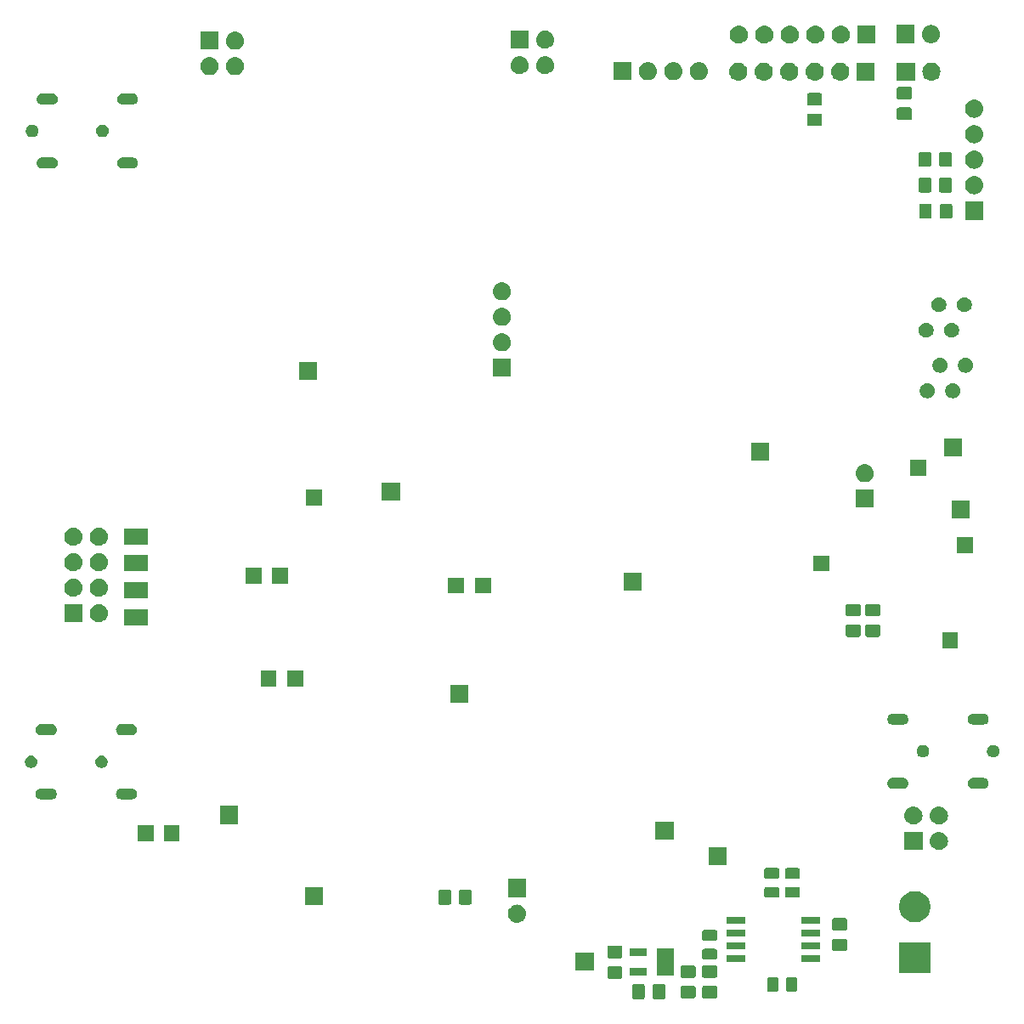
<source format=gbr>
G04 #@! TF.GenerationSoftware,KiCad,Pcbnew,(5.0.2)-1*
G04 #@! TF.CreationDate,2019-08-15T12:32:10+02:00*
G04 #@! TF.ProjectId,ADS1298_FINAL,41445331-3239-4385-9f46-494e414c2e6b,rev?*
G04 #@! TF.SameCoordinates,Original*
G04 #@! TF.FileFunction,Soldermask,Bot*
G04 #@! TF.FilePolarity,Negative*
%FSLAX46Y46*%
G04 Gerber Fmt 4.6, Leading zero omitted, Abs format (unit mm)*
G04 Created by KiCad (PCBNEW (5.0.2)-1) date 15-8-2019 12:32:10*
%MOMM*%
%LPD*%
G01*
G04 APERTURE LIST*
%ADD10C,0.100000*%
G04 APERTURE END LIST*
D10*
G36*
X85111801Y-116960244D02*
X85149488Y-116971677D01*
X85184227Y-116990245D01*
X85214672Y-117015231D01*
X85239658Y-117045676D01*
X85258226Y-117080415D01*
X85269659Y-117118102D01*
X85274124Y-117163440D01*
X85274124Y-118250118D01*
X85269659Y-118295456D01*
X85258226Y-118333143D01*
X85239658Y-118367882D01*
X85214672Y-118398327D01*
X85184227Y-118423313D01*
X85149488Y-118441881D01*
X85111801Y-118453314D01*
X85066463Y-118457779D01*
X84229785Y-118457779D01*
X84184447Y-118453314D01*
X84146760Y-118441881D01*
X84112021Y-118423313D01*
X84081576Y-118398327D01*
X84056590Y-118367882D01*
X84038022Y-118333143D01*
X84026589Y-118295456D01*
X84022124Y-118250118D01*
X84022124Y-117163440D01*
X84026589Y-117118102D01*
X84038022Y-117080415D01*
X84056590Y-117045676D01*
X84081576Y-117015231D01*
X84112021Y-116990245D01*
X84146760Y-116971677D01*
X84184447Y-116960244D01*
X84229785Y-116955779D01*
X85066463Y-116955779D01*
X85111801Y-116960244D01*
X85111801Y-116960244D01*
G37*
G36*
X83061801Y-116960244D02*
X83099488Y-116971677D01*
X83134227Y-116990245D01*
X83164672Y-117015231D01*
X83189658Y-117045676D01*
X83208226Y-117080415D01*
X83219659Y-117118102D01*
X83224124Y-117163440D01*
X83224124Y-118250118D01*
X83219659Y-118295456D01*
X83208226Y-118333143D01*
X83189658Y-118367882D01*
X83164672Y-118398327D01*
X83134227Y-118423313D01*
X83099488Y-118441881D01*
X83061801Y-118453314D01*
X83016463Y-118457779D01*
X82179785Y-118457779D01*
X82134447Y-118453314D01*
X82096760Y-118441881D01*
X82062021Y-118423313D01*
X82031576Y-118398327D01*
X82006590Y-118367882D01*
X81988022Y-118333143D01*
X81976589Y-118295456D01*
X81972124Y-118250118D01*
X81972124Y-117163440D01*
X81976589Y-117118102D01*
X81988022Y-117080415D01*
X82006590Y-117045676D01*
X82031576Y-117015231D01*
X82062021Y-116990245D01*
X82096760Y-116971677D01*
X82134447Y-116960244D01*
X82179785Y-116955779D01*
X83016463Y-116955779D01*
X83061801Y-116960244D01*
X83061801Y-116960244D01*
G37*
G36*
X88136801Y-117135244D02*
X88174488Y-117146677D01*
X88209227Y-117165245D01*
X88239672Y-117190231D01*
X88264658Y-117220676D01*
X88283226Y-117255415D01*
X88294659Y-117293102D01*
X88299124Y-117338440D01*
X88299124Y-118175118D01*
X88294659Y-118220456D01*
X88283226Y-118258143D01*
X88264658Y-118292882D01*
X88239672Y-118323327D01*
X88209227Y-118348313D01*
X88174488Y-118366881D01*
X88136801Y-118378314D01*
X88091463Y-118382779D01*
X87004785Y-118382779D01*
X86959447Y-118378314D01*
X86921760Y-118366881D01*
X86887021Y-118348313D01*
X86856576Y-118323327D01*
X86831590Y-118292882D01*
X86813022Y-118258143D01*
X86801589Y-118220456D01*
X86797124Y-118175118D01*
X86797124Y-117338440D01*
X86801589Y-117293102D01*
X86813022Y-117255415D01*
X86831590Y-117220676D01*
X86856576Y-117190231D01*
X86887021Y-117165245D01*
X86921760Y-117146677D01*
X86959447Y-117135244D01*
X87004785Y-117130779D01*
X88091463Y-117130779D01*
X88136801Y-117135244D01*
X88136801Y-117135244D01*
G37*
G36*
X90286801Y-117135244D02*
X90324488Y-117146677D01*
X90359227Y-117165245D01*
X90389672Y-117190231D01*
X90414658Y-117220676D01*
X90433226Y-117255415D01*
X90444659Y-117293102D01*
X90449124Y-117338440D01*
X90449124Y-118175118D01*
X90444659Y-118220456D01*
X90433226Y-118258143D01*
X90414658Y-118292882D01*
X90389672Y-118323327D01*
X90359227Y-118348313D01*
X90324488Y-118366881D01*
X90286801Y-118378314D01*
X90241463Y-118382779D01*
X89154785Y-118382779D01*
X89109447Y-118378314D01*
X89071760Y-118366881D01*
X89037021Y-118348313D01*
X89006576Y-118323327D01*
X88981590Y-118292882D01*
X88963022Y-118258143D01*
X88951589Y-118220456D01*
X88947124Y-118175118D01*
X88947124Y-117338440D01*
X88951589Y-117293102D01*
X88963022Y-117255415D01*
X88981590Y-117220676D01*
X89006576Y-117190231D01*
X89037021Y-117165245D01*
X89071760Y-117146677D01*
X89109447Y-117135244D01*
X89154785Y-117130779D01*
X90241463Y-117130779D01*
X90286801Y-117135244D01*
X90286801Y-117135244D01*
G37*
G36*
X96357590Y-116260344D02*
X96396261Y-116272075D01*
X96431903Y-116291127D01*
X96463141Y-116316762D01*
X96488776Y-116348000D01*
X96507828Y-116383642D01*
X96519559Y-116422313D01*
X96524124Y-116468667D01*
X96524124Y-117544891D01*
X96519559Y-117591245D01*
X96507828Y-117629916D01*
X96488776Y-117665558D01*
X96463141Y-117696796D01*
X96431903Y-117722431D01*
X96396261Y-117741483D01*
X96357590Y-117753214D01*
X96311236Y-117757779D01*
X95660012Y-117757779D01*
X95613658Y-117753214D01*
X95574987Y-117741483D01*
X95539345Y-117722431D01*
X95508107Y-117696796D01*
X95482472Y-117665558D01*
X95463420Y-117629916D01*
X95451689Y-117591245D01*
X95447124Y-117544891D01*
X95447124Y-116468667D01*
X95451689Y-116422313D01*
X95463420Y-116383642D01*
X95482472Y-116348000D01*
X95508107Y-116316762D01*
X95539345Y-116291127D01*
X95574987Y-116272075D01*
X95613658Y-116260344D01*
X95660012Y-116255779D01*
X96311236Y-116255779D01*
X96357590Y-116260344D01*
X96357590Y-116260344D01*
G37*
G36*
X98232590Y-116260344D02*
X98271261Y-116272075D01*
X98306903Y-116291127D01*
X98338141Y-116316762D01*
X98363776Y-116348000D01*
X98382828Y-116383642D01*
X98394559Y-116422313D01*
X98399124Y-116468667D01*
X98399124Y-117544891D01*
X98394559Y-117591245D01*
X98382828Y-117629916D01*
X98363776Y-117665558D01*
X98338141Y-117696796D01*
X98306903Y-117722431D01*
X98271261Y-117741483D01*
X98232590Y-117753214D01*
X98186236Y-117757779D01*
X97535012Y-117757779D01*
X97488658Y-117753214D01*
X97449987Y-117741483D01*
X97414345Y-117722431D01*
X97383107Y-117696796D01*
X97357472Y-117665558D01*
X97338420Y-117629916D01*
X97326689Y-117591245D01*
X97322124Y-117544891D01*
X97322124Y-116468667D01*
X97326689Y-116422313D01*
X97338420Y-116383642D01*
X97357472Y-116348000D01*
X97383107Y-116316762D01*
X97414345Y-116291127D01*
X97449987Y-116272075D01*
X97488658Y-116260344D01*
X97535012Y-116255779D01*
X98186236Y-116255779D01*
X98232590Y-116260344D01*
X98232590Y-116260344D01*
G37*
G36*
X80836801Y-115185244D02*
X80874488Y-115196677D01*
X80909227Y-115215245D01*
X80939672Y-115240231D01*
X80964658Y-115270676D01*
X80983226Y-115305415D01*
X80994659Y-115343102D01*
X80999124Y-115388440D01*
X80999124Y-116225118D01*
X80994659Y-116270456D01*
X80983226Y-116308143D01*
X80964658Y-116342882D01*
X80939672Y-116373327D01*
X80909227Y-116398313D01*
X80874488Y-116416881D01*
X80836801Y-116428314D01*
X80791463Y-116432779D01*
X79704785Y-116432779D01*
X79659447Y-116428314D01*
X79621760Y-116416881D01*
X79587021Y-116398313D01*
X79556576Y-116373327D01*
X79531590Y-116342882D01*
X79513022Y-116308143D01*
X79501589Y-116270456D01*
X79497124Y-116225118D01*
X79497124Y-115388440D01*
X79501589Y-115343102D01*
X79513022Y-115305415D01*
X79531590Y-115270676D01*
X79556576Y-115240231D01*
X79587021Y-115215245D01*
X79621760Y-115196677D01*
X79659447Y-115185244D01*
X79704785Y-115180779D01*
X80791463Y-115180779D01*
X80836801Y-115185244D01*
X80836801Y-115185244D01*
G37*
G36*
X88136801Y-115085244D02*
X88174488Y-115096677D01*
X88209227Y-115115245D01*
X88239672Y-115140231D01*
X88264658Y-115170676D01*
X88283226Y-115205415D01*
X88294659Y-115243102D01*
X88299124Y-115288440D01*
X88299124Y-116125118D01*
X88294659Y-116170456D01*
X88283226Y-116208143D01*
X88264658Y-116242882D01*
X88239672Y-116273327D01*
X88209227Y-116298313D01*
X88174488Y-116316881D01*
X88136801Y-116328314D01*
X88091463Y-116332779D01*
X87004785Y-116332779D01*
X86959447Y-116328314D01*
X86921760Y-116316881D01*
X86887021Y-116298313D01*
X86856576Y-116273327D01*
X86831590Y-116242882D01*
X86813022Y-116208143D01*
X86801589Y-116170456D01*
X86797124Y-116125118D01*
X86797124Y-115288440D01*
X86801589Y-115243102D01*
X86813022Y-115205415D01*
X86831590Y-115170676D01*
X86856576Y-115140231D01*
X86887021Y-115115245D01*
X86921760Y-115096677D01*
X86959447Y-115085244D01*
X87004785Y-115080779D01*
X88091463Y-115080779D01*
X88136801Y-115085244D01*
X88136801Y-115085244D01*
G37*
G36*
X90286801Y-115085244D02*
X90324488Y-115096677D01*
X90359227Y-115115245D01*
X90389672Y-115140231D01*
X90414658Y-115170676D01*
X90433226Y-115205415D01*
X90444659Y-115243102D01*
X90449124Y-115288440D01*
X90449124Y-116125118D01*
X90444659Y-116170456D01*
X90433226Y-116208143D01*
X90414658Y-116242882D01*
X90389672Y-116273327D01*
X90359227Y-116298313D01*
X90324488Y-116316881D01*
X90286801Y-116328314D01*
X90241463Y-116332779D01*
X89154785Y-116332779D01*
X89109447Y-116328314D01*
X89071760Y-116316881D01*
X89037021Y-116298313D01*
X89006576Y-116273327D01*
X88981590Y-116242882D01*
X88963022Y-116208143D01*
X88951589Y-116170456D01*
X88947124Y-116125118D01*
X88947124Y-115288440D01*
X88951589Y-115243102D01*
X88963022Y-115205415D01*
X88981590Y-115170676D01*
X89006576Y-115140231D01*
X89037021Y-115115245D01*
X89071760Y-115096677D01*
X89109447Y-115085244D01*
X89154785Y-115080779D01*
X90241463Y-115080779D01*
X90286801Y-115085244D01*
X90286801Y-115085244D01*
G37*
G36*
X83429124Y-116082779D02*
X81767124Y-116082779D01*
X81767124Y-115330779D01*
X83429124Y-115330779D01*
X83429124Y-116082779D01*
X83429124Y-116082779D01*
G37*
G36*
X86129124Y-116082779D02*
X84467124Y-116082779D01*
X84467124Y-113430779D01*
X86129124Y-113430779D01*
X86129124Y-116082779D01*
X86129124Y-116082779D01*
G37*
G36*
X111701000Y-115881000D02*
X108599000Y-115881000D01*
X108599000Y-112779000D01*
X111701000Y-112779000D01*
X111701000Y-115881000D01*
X111701000Y-115881000D01*
G37*
G36*
X78151000Y-115601000D02*
X76349000Y-115601000D01*
X76349000Y-113799000D01*
X78151000Y-113799000D01*
X78151000Y-115601000D01*
X78151000Y-115601000D01*
G37*
G36*
X100674124Y-114772779D02*
X98822124Y-114772779D01*
X98822124Y-114120779D01*
X100674124Y-114120779D01*
X100674124Y-114772779D01*
X100674124Y-114772779D01*
G37*
G36*
X93274124Y-114772779D02*
X91422124Y-114772779D01*
X91422124Y-114120779D01*
X93274124Y-114120779D01*
X93274124Y-114772779D01*
X93274124Y-114772779D01*
G37*
G36*
X90282590Y-113447844D02*
X90321261Y-113459575D01*
X90356903Y-113478627D01*
X90388141Y-113504262D01*
X90413776Y-113535500D01*
X90432828Y-113571142D01*
X90444559Y-113609813D01*
X90449124Y-113656167D01*
X90449124Y-114307391D01*
X90444559Y-114353745D01*
X90432828Y-114392416D01*
X90413776Y-114428058D01*
X90388141Y-114459296D01*
X90356903Y-114484931D01*
X90321261Y-114503983D01*
X90282590Y-114515714D01*
X90236236Y-114520279D01*
X89160012Y-114520279D01*
X89113658Y-114515714D01*
X89074987Y-114503983D01*
X89039345Y-114484931D01*
X89008107Y-114459296D01*
X88982472Y-114428058D01*
X88963420Y-114392416D01*
X88951689Y-114353745D01*
X88947124Y-114307391D01*
X88947124Y-113656167D01*
X88951689Y-113609813D01*
X88963420Y-113571142D01*
X88982472Y-113535500D01*
X89008107Y-113504262D01*
X89039345Y-113478627D01*
X89074987Y-113459575D01*
X89113658Y-113447844D01*
X89160012Y-113443279D01*
X90236236Y-113443279D01*
X90282590Y-113447844D01*
X90282590Y-113447844D01*
G37*
G36*
X80836801Y-113135244D02*
X80874488Y-113146677D01*
X80909227Y-113165245D01*
X80939672Y-113190231D01*
X80964658Y-113220676D01*
X80983226Y-113255415D01*
X80994659Y-113293102D01*
X80999124Y-113338440D01*
X80999124Y-114175118D01*
X80994659Y-114220456D01*
X80983226Y-114258143D01*
X80964658Y-114292882D01*
X80939672Y-114323327D01*
X80909227Y-114348313D01*
X80874488Y-114366881D01*
X80836801Y-114378314D01*
X80791463Y-114382779D01*
X79704785Y-114382779D01*
X79659447Y-114378314D01*
X79621760Y-114366881D01*
X79587021Y-114348313D01*
X79556576Y-114323327D01*
X79531590Y-114292882D01*
X79513022Y-114258143D01*
X79501589Y-114220456D01*
X79497124Y-114175118D01*
X79497124Y-113338440D01*
X79501589Y-113293102D01*
X79513022Y-113255415D01*
X79531590Y-113220676D01*
X79556576Y-113190231D01*
X79587021Y-113165245D01*
X79621760Y-113146677D01*
X79659447Y-113135244D01*
X79704785Y-113130779D01*
X80791463Y-113130779D01*
X80836801Y-113135244D01*
X80836801Y-113135244D01*
G37*
G36*
X83429124Y-114182779D02*
X81767124Y-114182779D01*
X81767124Y-113430779D01*
X83429124Y-113430779D01*
X83429124Y-114182779D01*
X83429124Y-114182779D01*
G37*
G36*
X103236801Y-112435244D02*
X103274488Y-112446677D01*
X103309227Y-112465245D01*
X103339672Y-112490231D01*
X103364658Y-112520676D01*
X103383226Y-112555415D01*
X103394659Y-112593102D01*
X103399124Y-112638440D01*
X103399124Y-113475118D01*
X103394659Y-113520456D01*
X103383226Y-113558143D01*
X103364658Y-113592882D01*
X103339672Y-113623327D01*
X103309227Y-113648313D01*
X103274488Y-113666881D01*
X103236801Y-113678314D01*
X103191463Y-113682779D01*
X102104785Y-113682779D01*
X102059447Y-113678314D01*
X102021760Y-113666881D01*
X101987021Y-113648313D01*
X101956576Y-113623327D01*
X101931590Y-113592882D01*
X101913022Y-113558143D01*
X101901589Y-113520456D01*
X101897124Y-113475118D01*
X101897124Y-112638440D01*
X101901589Y-112593102D01*
X101913022Y-112555415D01*
X101931590Y-112520676D01*
X101956576Y-112490231D01*
X101987021Y-112465245D01*
X102021760Y-112446677D01*
X102059447Y-112435244D01*
X102104785Y-112430779D01*
X103191463Y-112430779D01*
X103236801Y-112435244D01*
X103236801Y-112435244D01*
G37*
G36*
X93274124Y-113502779D02*
X91422124Y-113502779D01*
X91422124Y-112850779D01*
X93274124Y-112850779D01*
X93274124Y-113502779D01*
X93274124Y-113502779D01*
G37*
G36*
X100674124Y-113502779D02*
X98822124Y-113502779D01*
X98822124Y-112850779D01*
X100674124Y-112850779D01*
X100674124Y-113502779D01*
X100674124Y-113502779D01*
G37*
G36*
X90282590Y-111572844D02*
X90321261Y-111584575D01*
X90356903Y-111603627D01*
X90388141Y-111629262D01*
X90413776Y-111660500D01*
X90432828Y-111696142D01*
X90444559Y-111734813D01*
X90449124Y-111781167D01*
X90449124Y-112432391D01*
X90444559Y-112478745D01*
X90432828Y-112517416D01*
X90413776Y-112553058D01*
X90388141Y-112584296D01*
X90356903Y-112609931D01*
X90321261Y-112628983D01*
X90282590Y-112640714D01*
X90236236Y-112645279D01*
X89160012Y-112645279D01*
X89113658Y-112640714D01*
X89074987Y-112628983D01*
X89039345Y-112609931D01*
X89008107Y-112584296D01*
X88982472Y-112553058D01*
X88963420Y-112517416D01*
X88951689Y-112478745D01*
X88947124Y-112432391D01*
X88947124Y-111781167D01*
X88951689Y-111734813D01*
X88963420Y-111696142D01*
X88982472Y-111660500D01*
X89008107Y-111629262D01*
X89039345Y-111603627D01*
X89074987Y-111584575D01*
X89113658Y-111572844D01*
X89160012Y-111568279D01*
X90236236Y-111568279D01*
X90282590Y-111572844D01*
X90282590Y-111572844D01*
G37*
G36*
X93274124Y-112232779D02*
X91422124Y-112232779D01*
X91422124Y-111580779D01*
X93274124Y-111580779D01*
X93274124Y-112232779D01*
X93274124Y-112232779D01*
G37*
G36*
X100674124Y-112232779D02*
X98822124Y-112232779D01*
X98822124Y-111580779D01*
X100674124Y-111580779D01*
X100674124Y-112232779D01*
X100674124Y-112232779D01*
G37*
G36*
X103236801Y-110385244D02*
X103274488Y-110396677D01*
X103309227Y-110415245D01*
X103339672Y-110440231D01*
X103364658Y-110470676D01*
X103383226Y-110505415D01*
X103394659Y-110543102D01*
X103399124Y-110588440D01*
X103399124Y-111425118D01*
X103394659Y-111470456D01*
X103383226Y-111508143D01*
X103364658Y-111542882D01*
X103339672Y-111573327D01*
X103309227Y-111598313D01*
X103274488Y-111616881D01*
X103236801Y-111628314D01*
X103191463Y-111632779D01*
X102104785Y-111632779D01*
X102059447Y-111628314D01*
X102021760Y-111616881D01*
X101987021Y-111598313D01*
X101956576Y-111573327D01*
X101931590Y-111542882D01*
X101913022Y-111508143D01*
X101901589Y-111470456D01*
X101897124Y-111425118D01*
X101897124Y-110588440D01*
X101901589Y-110543102D01*
X101913022Y-110505415D01*
X101931590Y-110470676D01*
X101956576Y-110440231D01*
X101987021Y-110415245D01*
X102021760Y-110396677D01*
X102059447Y-110385244D01*
X102104785Y-110380779D01*
X103191463Y-110380779D01*
X103236801Y-110385244D01*
X103236801Y-110385244D01*
G37*
G36*
X100674124Y-110962779D02*
X98822124Y-110962779D01*
X98822124Y-110310779D01*
X100674124Y-110310779D01*
X100674124Y-110962779D01*
X100674124Y-110962779D01*
G37*
G36*
X93274124Y-110962779D02*
X91422124Y-110962779D01*
X91422124Y-110310779D01*
X93274124Y-110310779D01*
X93274124Y-110962779D01*
X93274124Y-110962779D01*
G37*
G36*
X70610442Y-109045518D02*
X70676627Y-109052037D01*
X70789853Y-109086384D01*
X70846467Y-109103557D01*
X70985087Y-109177652D01*
X71002991Y-109187222D01*
X71038729Y-109216552D01*
X71140186Y-109299814D01*
X71223448Y-109401271D01*
X71252778Y-109437009D01*
X71252779Y-109437011D01*
X71336443Y-109593533D01*
X71336443Y-109593534D01*
X71387963Y-109763373D01*
X71405359Y-109940000D01*
X71387963Y-110116627D01*
X71353616Y-110229853D01*
X71336443Y-110286467D01*
X71286031Y-110380779D01*
X71252778Y-110442991D01*
X71243137Y-110454738D01*
X71140186Y-110580186D01*
X71051519Y-110652952D01*
X71002991Y-110692778D01*
X71002989Y-110692779D01*
X70846467Y-110776443D01*
X70789853Y-110793616D01*
X70676627Y-110827963D01*
X70610443Y-110834481D01*
X70544260Y-110841000D01*
X70455740Y-110841000D01*
X70389557Y-110834481D01*
X70323373Y-110827963D01*
X70210147Y-110793616D01*
X70153533Y-110776443D01*
X69997011Y-110692779D01*
X69997009Y-110692778D01*
X69948481Y-110652952D01*
X69859814Y-110580186D01*
X69756863Y-110454738D01*
X69747222Y-110442991D01*
X69713969Y-110380779D01*
X69663557Y-110286467D01*
X69646384Y-110229853D01*
X69612037Y-110116627D01*
X69594641Y-109940000D01*
X69612037Y-109763373D01*
X69663557Y-109593534D01*
X69663557Y-109593533D01*
X69747221Y-109437011D01*
X69747222Y-109437009D01*
X69776552Y-109401271D01*
X69859814Y-109299814D01*
X69961271Y-109216552D01*
X69997009Y-109187222D01*
X70014913Y-109177652D01*
X70153533Y-109103557D01*
X70210147Y-109086384D01*
X70323373Y-109052037D01*
X70389558Y-109045518D01*
X70455740Y-109039000D01*
X70544260Y-109039000D01*
X70610442Y-109045518D01*
X70610442Y-109045518D01*
G37*
G36*
X110502527Y-107738736D02*
X110602410Y-107758604D01*
X110884674Y-107875521D01*
X111138705Y-108045259D01*
X111354741Y-108261295D01*
X111524479Y-108515326D01*
X111633624Y-108778827D01*
X111641396Y-108797591D01*
X111701000Y-109097238D01*
X111701000Y-109402762D01*
X111694187Y-109437011D01*
X111641396Y-109702410D01*
X111524479Y-109984674D01*
X111354741Y-110238705D01*
X111138705Y-110454741D01*
X110884674Y-110624479D01*
X110602410Y-110741396D01*
X110502527Y-110761264D01*
X110302762Y-110801000D01*
X109997238Y-110801000D01*
X109797473Y-110761264D01*
X109697590Y-110741396D01*
X109415326Y-110624479D01*
X109161295Y-110454741D01*
X108945259Y-110238705D01*
X108775521Y-109984674D01*
X108658604Y-109702410D01*
X108605813Y-109437011D01*
X108599000Y-109402762D01*
X108599000Y-109097238D01*
X108658604Y-108797591D01*
X108666376Y-108778827D01*
X108775521Y-108515326D01*
X108945259Y-108261295D01*
X109161295Y-108045259D01*
X109415326Y-107875521D01*
X109697590Y-107758604D01*
X109797473Y-107738736D01*
X109997238Y-107699000D01*
X110302762Y-107699000D01*
X110502527Y-107738736D01*
X110502527Y-107738736D01*
G37*
G36*
X51201000Y-109101000D02*
X49399000Y-109101000D01*
X49399000Y-107299000D01*
X51201000Y-107299000D01*
X51201000Y-109101000D01*
X51201000Y-109101000D01*
G37*
G36*
X63763677Y-107553465D02*
X63801364Y-107564898D01*
X63836103Y-107583466D01*
X63866548Y-107608452D01*
X63891534Y-107638897D01*
X63910102Y-107673636D01*
X63921535Y-107711323D01*
X63926000Y-107756661D01*
X63926000Y-108843339D01*
X63921535Y-108888677D01*
X63910102Y-108926364D01*
X63891534Y-108961103D01*
X63866548Y-108991548D01*
X63836103Y-109016534D01*
X63801364Y-109035102D01*
X63763677Y-109046535D01*
X63718339Y-109051000D01*
X62881661Y-109051000D01*
X62836323Y-109046535D01*
X62798636Y-109035102D01*
X62763897Y-109016534D01*
X62733452Y-108991548D01*
X62708466Y-108961103D01*
X62689898Y-108926364D01*
X62678465Y-108888677D01*
X62674000Y-108843339D01*
X62674000Y-107756661D01*
X62678465Y-107711323D01*
X62689898Y-107673636D01*
X62708466Y-107638897D01*
X62733452Y-107608452D01*
X62763897Y-107583466D01*
X62798636Y-107564898D01*
X62836323Y-107553465D01*
X62881661Y-107549000D01*
X63718339Y-107549000D01*
X63763677Y-107553465D01*
X63763677Y-107553465D01*
G37*
G36*
X65813677Y-107553465D02*
X65851364Y-107564898D01*
X65886103Y-107583466D01*
X65916548Y-107608452D01*
X65941534Y-107638897D01*
X65960102Y-107673636D01*
X65971535Y-107711323D01*
X65976000Y-107756661D01*
X65976000Y-108843339D01*
X65971535Y-108888677D01*
X65960102Y-108926364D01*
X65941534Y-108961103D01*
X65916548Y-108991548D01*
X65886103Y-109016534D01*
X65851364Y-109035102D01*
X65813677Y-109046535D01*
X65768339Y-109051000D01*
X64931661Y-109051000D01*
X64886323Y-109046535D01*
X64848636Y-109035102D01*
X64813897Y-109016534D01*
X64783452Y-108991548D01*
X64758466Y-108961103D01*
X64739898Y-108926364D01*
X64728465Y-108888677D01*
X64724000Y-108843339D01*
X64724000Y-107756661D01*
X64728465Y-107711323D01*
X64739898Y-107673636D01*
X64758466Y-107638897D01*
X64783452Y-107608452D01*
X64813897Y-107583466D01*
X64848636Y-107564898D01*
X64886323Y-107553465D01*
X64931661Y-107549000D01*
X65768339Y-107549000D01*
X65813677Y-107553465D01*
X65813677Y-107553465D01*
G37*
G36*
X98532590Y-107272844D02*
X98571261Y-107284575D01*
X98606903Y-107303627D01*
X98638141Y-107329262D01*
X98663776Y-107360500D01*
X98682828Y-107396142D01*
X98694559Y-107434813D01*
X98699124Y-107481167D01*
X98699124Y-108132391D01*
X98694559Y-108178745D01*
X98682828Y-108217416D01*
X98663776Y-108253058D01*
X98638141Y-108284296D01*
X98606903Y-108309931D01*
X98571261Y-108328983D01*
X98532590Y-108340714D01*
X98486236Y-108345279D01*
X97410012Y-108345279D01*
X97363658Y-108340714D01*
X97324987Y-108328983D01*
X97289345Y-108309931D01*
X97258107Y-108284296D01*
X97232472Y-108253058D01*
X97213420Y-108217416D01*
X97201689Y-108178745D01*
X97197124Y-108132391D01*
X97197124Y-107481167D01*
X97201689Y-107434813D01*
X97213420Y-107396142D01*
X97232472Y-107360500D01*
X97258107Y-107329262D01*
X97289345Y-107303627D01*
X97324987Y-107284575D01*
X97363658Y-107272844D01*
X97410012Y-107268279D01*
X98486236Y-107268279D01*
X98532590Y-107272844D01*
X98532590Y-107272844D01*
G37*
G36*
X96482590Y-107272844D02*
X96521261Y-107284575D01*
X96556903Y-107303627D01*
X96588141Y-107329262D01*
X96613776Y-107360500D01*
X96632828Y-107396142D01*
X96644559Y-107434813D01*
X96649124Y-107481167D01*
X96649124Y-108132391D01*
X96644559Y-108178745D01*
X96632828Y-108217416D01*
X96613776Y-108253058D01*
X96588141Y-108284296D01*
X96556903Y-108309931D01*
X96521261Y-108328983D01*
X96482590Y-108340714D01*
X96436236Y-108345279D01*
X95360012Y-108345279D01*
X95313658Y-108340714D01*
X95274987Y-108328983D01*
X95239345Y-108309931D01*
X95208107Y-108284296D01*
X95182472Y-108253058D01*
X95163420Y-108217416D01*
X95151689Y-108178745D01*
X95147124Y-108132391D01*
X95147124Y-107481167D01*
X95151689Y-107434813D01*
X95163420Y-107396142D01*
X95182472Y-107360500D01*
X95208107Y-107329262D01*
X95239345Y-107303627D01*
X95274987Y-107284575D01*
X95313658Y-107272844D01*
X95360012Y-107268279D01*
X96436236Y-107268279D01*
X96482590Y-107272844D01*
X96482590Y-107272844D01*
G37*
G36*
X71401000Y-108301000D02*
X69599000Y-108301000D01*
X69599000Y-106499000D01*
X71401000Y-106499000D01*
X71401000Y-108301000D01*
X71401000Y-108301000D01*
G37*
G36*
X96482590Y-105397844D02*
X96521261Y-105409575D01*
X96556903Y-105428627D01*
X96588141Y-105454262D01*
X96613776Y-105485500D01*
X96632828Y-105521142D01*
X96644559Y-105559813D01*
X96649124Y-105606167D01*
X96649124Y-106257391D01*
X96644559Y-106303745D01*
X96632828Y-106342416D01*
X96613776Y-106378058D01*
X96588141Y-106409296D01*
X96556903Y-106434931D01*
X96521261Y-106453983D01*
X96482590Y-106465714D01*
X96436236Y-106470279D01*
X95360012Y-106470279D01*
X95313658Y-106465714D01*
X95274987Y-106453983D01*
X95239345Y-106434931D01*
X95208107Y-106409296D01*
X95182472Y-106378058D01*
X95163420Y-106342416D01*
X95151689Y-106303745D01*
X95147124Y-106257391D01*
X95147124Y-105606167D01*
X95151689Y-105559813D01*
X95163420Y-105521142D01*
X95182472Y-105485500D01*
X95208107Y-105454262D01*
X95239345Y-105428627D01*
X95274987Y-105409575D01*
X95313658Y-105397844D01*
X95360012Y-105393279D01*
X96436236Y-105393279D01*
X96482590Y-105397844D01*
X96482590Y-105397844D01*
G37*
G36*
X98532590Y-105397844D02*
X98571261Y-105409575D01*
X98606903Y-105428627D01*
X98638141Y-105454262D01*
X98663776Y-105485500D01*
X98682828Y-105521142D01*
X98694559Y-105559813D01*
X98699124Y-105606167D01*
X98699124Y-106257391D01*
X98694559Y-106303745D01*
X98682828Y-106342416D01*
X98663776Y-106378058D01*
X98638141Y-106409296D01*
X98606903Y-106434931D01*
X98571261Y-106453983D01*
X98532590Y-106465714D01*
X98486236Y-106470279D01*
X97410012Y-106470279D01*
X97363658Y-106465714D01*
X97324987Y-106453983D01*
X97289345Y-106434931D01*
X97258107Y-106409296D01*
X97232472Y-106378058D01*
X97213420Y-106342416D01*
X97201689Y-106303745D01*
X97197124Y-106257391D01*
X97197124Y-105606167D01*
X97201689Y-105559813D01*
X97213420Y-105521142D01*
X97232472Y-105485500D01*
X97258107Y-105454262D01*
X97289345Y-105428627D01*
X97324987Y-105409575D01*
X97363658Y-105397844D01*
X97410012Y-105393279D01*
X98486236Y-105393279D01*
X98532590Y-105397844D01*
X98532590Y-105397844D01*
G37*
G36*
X91401000Y-105101000D02*
X89599000Y-105101000D01*
X89599000Y-103299000D01*
X91401000Y-103299000D01*
X91401000Y-105101000D01*
X91401000Y-105101000D01*
G37*
G36*
X112650443Y-101805519D02*
X112716627Y-101812037D01*
X112829853Y-101846384D01*
X112886467Y-101863557D01*
X113025087Y-101937652D01*
X113042991Y-101947222D01*
X113078729Y-101976552D01*
X113180186Y-102059814D01*
X113263448Y-102161271D01*
X113292778Y-102197009D01*
X113292779Y-102197011D01*
X113376443Y-102353533D01*
X113376443Y-102353534D01*
X113427963Y-102523373D01*
X113445359Y-102700000D01*
X113427963Y-102876627D01*
X113393616Y-102989853D01*
X113376443Y-103046467D01*
X113302348Y-103185087D01*
X113292778Y-103202991D01*
X113263448Y-103238729D01*
X113180186Y-103340186D01*
X113078729Y-103423448D01*
X113042991Y-103452778D01*
X113042989Y-103452779D01*
X112886467Y-103536443D01*
X112829853Y-103553616D01*
X112716627Y-103587963D01*
X112650442Y-103594482D01*
X112584260Y-103601000D01*
X112495740Y-103601000D01*
X112429558Y-103594482D01*
X112363373Y-103587963D01*
X112250147Y-103553616D01*
X112193533Y-103536443D01*
X112037011Y-103452779D01*
X112037009Y-103452778D01*
X112001271Y-103423448D01*
X111899814Y-103340186D01*
X111816552Y-103238729D01*
X111787222Y-103202991D01*
X111777652Y-103185087D01*
X111703557Y-103046467D01*
X111686384Y-102989853D01*
X111652037Y-102876627D01*
X111634641Y-102700000D01*
X111652037Y-102523373D01*
X111703557Y-102353534D01*
X111703557Y-102353533D01*
X111787221Y-102197011D01*
X111787222Y-102197009D01*
X111816552Y-102161271D01*
X111899814Y-102059814D01*
X112001271Y-101976552D01*
X112037009Y-101947222D01*
X112054913Y-101937652D01*
X112193533Y-101863557D01*
X112250147Y-101846384D01*
X112363373Y-101812037D01*
X112429557Y-101805519D01*
X112495740Y-101799000D01*
X112584260Y-101799000D01*
X112650443Y-101805519D01*
X112650443Y-101805519D01*
G37*
G36*
X110901000Y-103601000D02*
X109099000Y-103601000D01*
X109099000Y-101799000D01*
X110901000Y-101799000D01*
X110901000Y-103601000D01*
X110901000Y-103601000D01*
G37*
G36*
X34301000Y-102701000D02*
X32699000Y-102701000D01*
X32699000Y-101099000D01*
X34301000Y-101099000D01*
X34301000Y-102701000D01*
X34301000Y-102701000D01*
G37*
G36*
X36901000Y-102701000D02*
X35299000Y-102701000D01*
X35299000Y-101099000D01*
X36901000Y-101099000D01*
X36901000Y-102701000D01*
X36901000Y-102701000D01*
G37*
G36*
X86101000Y-102601000D02*
X84299000Y-102601000D01*
X84299000Y-100799000D01*
X86101000Y-100799000D01*
X86101000Y-102601000D01*
X86101000Y-102601000D01*
G37*
G36*
X110110443Y-99265519D02*
X110176627Y-99272037D01*
X110289853Y-99306384D01*
X110346467Y-99323557D01*
X110485087Y-99397652D01*
X110502991Y-99407222D01*
X110538729Y-99436552D01*
X110640186Y-99519814D01*
X110723448Y-99621271D01*
X110752778Y-99657009D01*
X110752779Y-99657011D01*
X110836443Y-99813533D01*
X110836443Y-99813534D01*
X110887963Y-99983373D01*
X110905359Y-100160000D01*
X110887963Y-100336627D01*
X110853616Y-100449853D01*
X110836443Y-100506467D01*
X110762348Y-100645087D01*
X110752778Y-100662991D01*
X110723448Y-100698729D01*
X110640186Y-100800186D01*
X110538729Y-100883448D01*
X110502991Y-100912778D01*
X110502989Y-100912779D01*
X110346467Y-100996443D01*
X110331444Y-101001000D01*
X110176627Y-101047963D01*
X110110443Y-101054481D01*
X110044260Y-101061000D01*
X109955740Y-101061000D01*
X109889557Y-101054481D01*
X109823373Y-101047963D01*
X109668556Y-101001000D01*
X109653533Y-100996443D01*
X109497011Y-100912779D01*
X109497009Y-100912778D01*
X109461271Y-100883448D01*
X109359814Y-100800186D01*
X109276552Y-100698729D01*
X109247222Y-100662991D01*
X109237652Y-100645087D01*
X109163557Y-100506467D01*
X109146384Y-100449853D01*
X109112037Y-100336627D01*
X109094641Y-100160000D01*
X109112037Y-99983373D01*
X109163557Y-99813534D01*
X109163557Y-99813533D01*
X109247221Y-99657011D01*
X109247222Y-99657009D01*
X109276552Y-99621271D01*
X109359814Y-99519814D01*
X109461271Y-99436552D01*
X109497009Y-99407222D01*
X109514913Y-99397652D01*
X109653533Y-99323557D01*
X109710147Y-99306384D01*
X109823373Y-99272037D01*
X109889557Y-99265519D01*
X109955740Y-99259000D01*
X110044260Y-99259000D01*
X110110443Y-99265519D01*
X110110443Y-99265519D01*
G37*
G36*
X112650443Y-99265519D02*
X112716627Y-99272037D01*
X112829853Y-99306384D01*
X112886467Y-99323557D01*
X113025087Y-99397652D01*
X113042991Y-99407222D01*
X113078729Y-99436552D01*
X113180186Y-99519814D01*
X113263448Y-99621271D01*
X113292778Y-99657009D01*
X113292779Y-99657011D01*
X113376443Y-99813533D01*
X113376443Y-99813534D01*
X113427963Y-99983373D01*
X113445359Y-100160000D01*
X113427963Y-100336627D01*
X113393616Y-100449853D01*
X113376443Y-100506467D01*
X113302348Y-100645087D01*
X113292778Y-100662991D01*
X113263448Y-100698729D01*
X113180186Y-100800186D01*
X113078729Y-100883448D01*
X113042991Y-100912778D01*
X113042989Y-100912779D01*
X112886467Y-100996443D01*
X112871444Y-101001000D01*
X112716627Y-101047963D01*
X112650443Y-101054481D01*
X112584260Y-101061000D01*
X112495740Y-101061000D01*
X112429557Y-101054481D01*
X112363373Y-101047963D01*
X112208556Y-101001000D01*
X112193533Y-100996443D01*
X112037011Y-100912779D01*
X112037009Y-100912778D01*
X112001271Y-100883448D01*
X111899814Y-100800186D01*
X111816552Y-100698729D01*
X111787222Y-100662991D01*
X111777652Y-100645087D01*
X111703557Y-100506467D01*
X111686384Y-100449853D01*
X111652037Y-100336627D01*
X111634641Y-100160000D01*
X111652037Y-99983373D01*
X111703557Y-99813534D01*
X111703557Y-99813533D01*
X111787221Y-99657011D01*
X111787222Y-99657009D01*
X111816552Y-99621271D01*
X111899814Y-99519814D01*
X112001271Y-99436552D01*
X112037009Y-99407222D01*
X112054913Y-99397652D01*
X112193533Y-99323557D01*
X112250147Y-99306384D01*
X112363373Y-99272037D01*
X112429557Y-99265519D01*
X112495740Y-99259000D01*
X112584260Y-99259000D01*
X112650443Y-99265519D01*
X112650443Y-99265519D01*
G37*
G36*
X42701000Y-101001000D02*
X40899000Y-101001000D01*
X40899000Y-99199000D01*
X42701000Y-99199000D01*
X42701000Y-101001000D01*
X42701000Y-101001000D01*
G37*
G36*
X32153952Y-97452653D02*
X32207819Y-97457958D01*
X32284518Y-97481225D01*
X32311498Y-97489409D01*
X32407039Y-97540476D01*
X32490790Y-97609210D01*
X32559524Y-97692961D01*
X32610591Y-97788502D01*
X32610592Y-97788506D01*
X32642042Y-97892181D01*
X32652661Y-98000000D01*
X32642042Y-98107819D01*
X32618775Y-98184518D01*
X32610591Y-98211498D01*
X32559524Y-98307039D01*
X32490790Y-98390790D01*
X32407039Y-98459524D01*
X32311498Y-98510591D01*
X32284518Y-98518775D01*
X32207819Y-98542042D01*
X32153952Y-98547347D01*
X32127019Y-98550000D01*
X31072981Y-98550000D01*
X31046048Y-98547347D01*
X30992181Y-98542042D01*
X30915482Y-98518775D01*
X30888502Y-98510591D01*
X30792961Y-98459524D01*
X30709210Y-98390790D01*
X30640476Y-98307039D01*
X30589409Y-98211498D01*
X30581225Y-98184518D01*
X30557958Y-98107819D01*
X30547339Y-98000000D01*
X30557958Y-97892181D01*
X30589408Y-97788506D01*
X30589409Y-97788502D01*
X30640476Y-97692961D01*
X30709210Y-97609210D01*
X30792961Y-97540476D01*
X30888502Y-97489409D01*
X30915482Y-97481225D01*
X30992181Y-97457958D01*
X31046048Y-97452653D01*
X31072981Y-97450000D01*
X32127019Y-97450000D01*
X32153952Y-97452653D01*
X32153952Y-97452653D01*
G37*
G36*
X24153952Y-97452653D02*
X24207819Y-97457958D01*
X24284518Y-97481225D01*
X24311498Y-97489409D01*
X24407039Y-97540476D01*
X24490790Y-97609210D01*
X24559524Y-97692961D01*
X24610591Y-97788502D01*
X24610592Y-97788506D01*
X24642042Y-97892181D01*
X24652661Y-98000000D01*
X24642042Y-98107819D01*
X24618775Y-98184518D01*
X24610591Y-98211498D01*
X24559524Y-98307039D01*
X24490790Y-98390790D01*
X24407039Y-98459524D01*
X24311498Y-98510591D01*
X24284518Y-98518775D01*
X24207819Y-98542042D01*
X24153952Y-98547347D01*
X24127019Y-98550000D01*
X23072981Y-98550000D01*
X23046048Y-98547347D01*
X22992181Y-98542042D01*
X22915482Y-98518775D01*
X22888502Y-98510591D01*
X22792961Y-98459524D01*
X22709210Y-98390790D01*
X22640476Y-98307039D01*
X22589409Y-98211498D01*
X22581225Y-98184518D01*
X22557958Y-98107819D01*
X22547339Y-98000000D01*
X22557958Y-97892181D01*
X22589408Y-97788506D01*
X22589409Y-97788502D01*
X22640476Y-97692961D01*
X22709210Y-97609210D01*
X22792961Y-97540476D01*
X22888502Y-97489409D01*
X22915482Y-97481225D01*
X22992181Y-97457958D01*
X23046048Y-97452653D01*
X23072981Y-97450000D01*
X24127019Y-97450000D01*
X24153952Y-97452653D01*
X24153952Y-97452653D01*
G37*
G36*
X117003952Y-96402653D02*
X117057819Y-96407958D01*
X117134518Y-96431225D01*
X117161498Y-96439409D01*
X117257039Y-96490476D01*
X117340790Y-96559210D01*
X117409524Y-96642961D01*
X117460591Y-96738502D01*
X117460592Y-96738506D01*
X117492042Y-96842181D01*
X117502661Y-96950000D01*
X117492042Y-97057819D01*
X117468775Y-97134518D01*
X117460591Y-97161498D01*
X117409524Y-97257039D01*
X117340790Y-97340790D01*
X117257039Y-97409524D01*
X117161498Y-97460591D01*
X117134518Y-97468775D01*
X117057819Y-97492042D01*
X117003952Y-97497347D01*
X116977019Y-97500000D01*
X115922981Y-97500000D01*
X115896048Y-97497347D01*
X115842181Y-97492042D01*
X115765482Y-97468775D01*
X115738502Y-97460591D01*
X115642961Y-97409524D01*
X115559210Y-97340790D01*
X115490476Y-97257039D01*
X115439409Y-97161498D01*
X115431225Y-97134518D01*
X115407958Y-97057819D01*
X115397339Y-96950000D01*
X115407958Y-96842181D01*
X115439408Y-96738506D01*
X115439409Y-96738502D01*
X115490476Y-96642961D01*
X115559210Y-96559210D01*
X115642961Y-96490476D01*
X115738502Y-96439409D01*
X115765482Y-96431225D01*
X115842181Y-96407958D01*
X115896048Y-96402653D01*
X115922981Y-96400000D01*
X116977019Y-96400000D01*
X117003952Y-96402653D01*
X117003952Y-96402653D01*
G37*
G36*
X109003952Y-96402653D02*
X109057819Y-96407958D01*
X109134518Y-96431225D01*
X109161498Y-96439409D01*
X109257039Y-96490476D01*
X109340790Y-96559210D01*
X109409524Y-96642961D01*
X109460591Y-96738502D01*
X109460592Y-96738506D01*
X109492042Y-96842181D01*
X109502661Y-96950000D01*
X109492042Y-97057819D01*
X109468775Y-97134518D01*
X109460591Y-97161498D01*
X109409524Y-97257039D01*
X109340790Y-97340790D01*
X109257039Y-97409524D01*
X109161498Y-97460591D01*
X109134518Y-97468775D01*
X109057819Y-97492042D01*
X109003952Y-97497347D01*
X108977019Y-97500000D01*
X107922981Y-97500000D01*
X107896048Y-97497347D01*
X107842181Y-97492042D01*
X107765482Y-97468775D01*
X107738502Y-97460591D01*
X107642961Y-97409524D01*
X107559210Y-97340790D01*
X107490476Y-97257039D01*
X107439409Y-97161498D01*
X107431225Y-97134518D01*
X107407958Y-97057819D01*
X107397339Y-96950000D01*
X107407958Y-96842181D01*
X107439408Y-96738506D01*
X107439409Y-96738502D01*
X107490476Y-96642961D01*
X107559210Y-96559210D01*
X107642961Y-96490476D01*
X107738502Y-96439409D01*
X107765482Y-96431225D01*
X107842181Y-96407958D01*
X107896048Y-96402653D01*
X107922981Y-96400000D01*
X108977019Y-96400000D01*
X109003952Y-96402653D01*
X109003952Y-96402653D01*
G37*
G36*
X22282303Y-94199018D02*
X22282305Y-94199019D01*
X22282306Y-94199019D01*
X22396048Y-94246132D01*
X22396049Y-94246133D01*
X22498417Y-94314533D01*
X22585467Y-94401583D01*
X22585469Y-94401586D01*
X22653868Y-94503952D01*
X22700981Y-94617694D01*
X22725000Y-94738443D01*
X22725000Y-94861557D01*
X22700981Y-94982306D01*
X22653868Y-95096048D01*
X22653867Y-95096049D01*
X22585467Y-95198417D01*
X22498417Y-95285467D01*
X22498414Y-95285469D01*
X22396048Y-95353868D01*
X22282306Y-95400981D01*
X22282305Y-95400981D01*
X22282303Y-95400982D01*
X22161559Y-95425000D01*
X22038441Y-95425000D01*
X21917697Y-95400982D01*
X21917695Y-95400981D01*
X21917694Y-95400981D01*
X21803952Y-95353868D01*
X21701586Y-95285469D01*
X21701583Y-95285467D01*
X21614533Y-95198417D01*
X21546133Y-95096049D01*
X21546132Y-95096048D01*
X21499019Y-94982306D01*
X21475000Y-94861557D01*
X21475000Y-94738443D01*
X21499019Y-94617694D01*
X21546132Y-94503952D01*
X21614531Y-94401586D01*
X21614533Y-94401583D01*
X21701583Y-94314533D01*
X21803951Y-94246133D01*
X21803952Y-94246132D01*
X21917694Y-94199019D01*
X21917695Y-94199019D01*
X21917697Y-94199018D01*
X22038441Y-94175000D01*
X22161559Y-94175000D01*
X22282303Y-94199018D01*
X22282303Y-94199018D01*
G37*
G36*
X29282303Y-94199018D02*
X29282305Y-94199019D01*
X29282306Y-94199019D01*
X29396048Y-94246132D01*
X29396049Y-94246133D01*
X29498417Y-94314533D01*
X29585467Y-94401583D01*
X29585469Y-94401586D01*
X29653868Y-94503952D01*
X29700981Y-94617694D01*
X29725000Y-94738443D01*
X29725000Y-94861557D01*
X29700981Y-94982306D01*
X29653868Y-95096048D01*
X29653867Y-95096049D01*
X29585467Y-95198417D01*
X29498417Y-95285467D01*
X29498414Y-95285469D01*
X29396048Y-95353868D01*
X29282306Y-95400981D01*
X29282305Y-95400981D01*
X29282303Y-95400982D01*
X29161559Y-95425000D01*
X29038441Y-95425000D01*
X28917697Y-95400982D01*
X28917695Y-95400981D01*
X28917694Y-95400981D01*
X28803952Y-95353868D01*
X28701586Y-95285469D01*
X28701583Y-95285467D01*
X28614533Y-95198417D01*
X28546133Y-95096049D01*
X28546132Y-95096048D01*
X28499019Y-94982306D01*
X28475000Y-94861557D01*
X28475000Y-94738443D01*
X28499019Y-94617694D01*
X28546132Y-94503952D01*
X28614531Y-94401586D01*
X28614533Y-94401583D01*
X28701583Y-94314533D01*
X28803951Y-94246133D01*
X28803952Y-94246132D01*
X28917694Y-94199019D01*
X28917695Y-94199019D01*
X28917697Y-94199018D01*
X29038441Y-94175000D01*
X29161559Y-94175000D01*
X29282303Y-94199018D01*
X29282303Y-94199018D01*
G37*
G36*
X118132303Y-93149018D02*
X118132305Y-93149019D01*
X118132306Y-93149019D01*
X118246048Y-93196132D01*
X118246049Y-93196133D01*
X118348417Y-93264533D01*
X118435467Y-93351583D01*
X118435469Y-93351586D01*
X118503868Y-93453952D01*
X118550981Y-93567694D01*
X118575000Y-93688443D01*
X118575000Y-93811557D01*
X118550981Y-93932306D01*
X118503868Y-94046048D01*
X118503867Y-94046049D01*
X118435467Y-94148417D01*
X118348417Y-94235467D01*
X118348414Y-94235469D01*
X118246048Y-94303868D01*
X118132306Y-94350981D01*
X118132305Y-94350981D01*
X118132303Y-94350982D01*
X118011559Y-94375000D01*
X117888441Y-94375000D01*
X117767697Y-94350982D01*
X117767695Y-94350981D01*
X117767694Y-94350981D01*
X117653952Y-94303868D01*
X117551586Y-94235469D01*
X117551583Y-94235467D01*
X117464533Y-94148417D01*
X117396133Y-94046049D01*
X117396132Y-94046048D01*
X117349019Y-93932306D01*
X117325000Y-93811557D01*
X117325000Y-93688443D01*
X117349019Y-93567694D01*
X117396132Y-93453952D01*
X117464531Y-93351586D01*
X117464533Y-93351583D01*
X117551583Y-93264533D01*
X117653951Y-93196133D01*
X117653952Y-93196132D01*
X117767694Y-93149019D01*
X117767695Y-93149019D01*
X117767697Y-93149018D01*
X117888441Y-93125000D01*
X118011559Y-93125000D01*
X118132303Y-93149018D01*
X118132303Y-93149018D01*
G37*
G36*
X111132303Y-93149018D02*
X111132305Y-93149019D01*
X111132306Y-93149019D01*
X111246048Y-93196132D01*
X111246049Y-93196133D01*
X111348417Y-93264533D01*
X111435467Y-93351583D01*
X111435469Y-93351586D01*
X111503868Y-93453952D01*
X111550981Y-93567694D01*
X111575000Y-93688443D01*
X111575000Y-93811557D01*
X111550981Y-93932306D01*
X111503868Y-94046048D01*
X111503867Y-94046049D01*
X111435467Y-94148417D01*
X111348417Y-94235467D01*
X111348414Y-94235469D01*
X111246048Y-94303868D01*
X111132306Y-94350981D01*
X111132305Y-94350981D01*
X111132303Y-94350982D01*
X111011559Y-94375000D01*
X110888441Y-94375000D01*
X110767697Y-94350982D01*
X110767695Y-94350981D01*
X110767694Y-94350981D01*
X110653952Y-94303868D01*
X110551586Y-94235469D01*
X110551583Y-94235467D01*
X110464533Y-94148417D01*
X110396133Y-94046049D01*
X110396132Y-94046048D01*
X110349019Y-93932306D01*
X110325000Y-93811557D01*
X110325000Y-93688443D01*
X110349019Y-93567694D01*
X110396132Y-93453952D01*
X110464531Y-93351586D01*
X110464533Y-93351583D01*
X110551583Y-93264533D01*
X110653951Y-93196133D01*
X110653952Y-93196132D01*
X110767694Y-93149019D01*
X110767695Y-93149019D01*
X110767697Y-93149018D01*
X110888441Y-93125000D01*
X111011559Y-93125000D01*
X111132303Y-93149018D01*
X111132303Y-93149018D01*
G37*
G36*
X32153952Y-91052653D02*
X32207819Y-91057958D01*
X32284518Y-91081225D01*
X32311498Y-91089409D01*
X32407039Y-91140476D01*
X32490790Y-91209210D01*
X32559524Y-91292961D01*
X32610591Y-91388502D01*
X32610592Y-91388506D01*
X32642042Y-91492181D01*
X32652661Y-91600000D01*
X32642042Y-91707819D01*
X32618775Y-91784518D01*
X32610591Y-91811498D01*
X32559524Y-91907039D01*
X32490790Y-91990790D01*
X32407039Y-92059524D01*
X32311498Y-92110591D01*
X32284518Y-92118775D01*
X32207819Y-92142042D01*
X32153952Y-92147347D01*
X32127019Y-92150000D01*
X31072981Y-92150000D01*
X31046048Y-92147347D01*
X30992181Y-92142042D01*
X30915482Y-92118775D01*
X30888502Y-92110591D01*
X30792961Y-92059524D01*
X30709210Y-91990790D01*
X30640476Y-91907039D01*
X30589409Y-91811498D01*
X30581225Y-91784518D01*
X30557958Y-91707819D01*
X30547339Y-91600000D01*
X30557958Y-91492181D01*
X30589408Y-91388506D01*
X30589409Y-91388502D01*
X30640476Y-91292961D01*
X30709210Y-91209210D01*
X30792961Y-91140476D01*
X30888502Y-91089409D01*
X30915482Y-91081225D01*
X30992181Y-91057958D01*
X31046048Y-91052653D01*
X31072981Y-91050000D01*
X32127019Y-91050000D01*
X32153952Y-91052653D01*
X32153952Y-91052653D01*
G37*
G36*
X24153952Y-91052653D02*
X24207819Y-91057958D01*
X24284518Y-91081225D01*
X24311498Y-91089409D01*
X24407039Y-91140476D01*
X24490790Y-91209210D01*
X24559524Y-91292961D01*
X24610591Y-91388502D01*
X24610592Y-91388506D01*
X24642042Y-91492181D01*
X24652661Y-91600000D01*
X24642042Y-91707819D01*
X24618775Y-91784518D01*
X24610591Y-91811498D01*
X24559524Y-91907039D01*
X24490790Y-91990790D01*
X24407039Y-92059524D01*
X24311498Y-92110591D01*
X24284518Y-92118775D01*
X24207819Y-92142042D01*
X24153952Y-92147347D01*
X24127019Y-92150000D01*
X23072981Y-92150000D01*
X23046048Y-92147347D01*
X22992181Y-92142042D01*
X22915482Y-92118775D01*
X22888502Y-92110591D01*
X22792961Y-92059524D01*
X22709210Y-91990790D01*
X22640476Y-91907039D01*
X22589409Y-91811498D01*
X22581225Y-91784518D01*
X22557958Y-91707819D01*
X22547339Y-91600000D01*
X22557958Y-91492181D01*
X22589408Y-91388506D01*
X22589409Y-91388502D01*
X22640476Y-91292961D01*
X22709210Y-91209210D01*
X22792961Y-91140476D01*
X22888502Y-91089409D01*
X22915482Y-91081225D01*
X22992181Y-91057958D01*
X23046048Y-91052653D01*
X23072981Y-91050000D01*
X24127019Y-91050000D01*
X24153952Y-91052653D01*
X24153952Y-91052653D01*
G37*
G36*
X117003952Y-90002653D02*
X117057819Y-90007958D01*
X117134518Y-90031225D01*
X117161498Y-90039409D01*
X117257039Y-90090476D01*
X117340790Y-90159210D01*
X117409524Y-90242961D01*
X117460591Y-90338502D01*
X117460592Y-90338506D01*
X117492042Y-90442181D01*
X117502661Y-90550000D01*
X117492042Y-90657819D01*
X117468775Y-90734518D01*
X117460591Y-90761498D01*
X117409524Y-90857039D01*
X117340790Y-90940790D01*
X117257039Y-91009524D01*
X117161498Y-91060591D01*
X117134518Y-91068775D01*
X117057819Y-91092042D01*
X117003952Y-91097347D01*
X116977019Y-91100000D01*
X115922981Y-91100000D01*
X115896048Y-91097347D01*
X115842181Y-91092042D01*
X115765482Y-91068775D01*
X115738502Y-91060591D01*
X115642961Y-91009524D01*
X115559210Y-90940790D01*
X115490476Y-90857039D01*
X115439409Y-90761498D01*
X115431225Y-90734518D01*
X115407958Y-90657819D01*
X115397339Y-90550000D01*
X115407958Y-90442181D01*
X115439408Y-90338506D01*
X115439409Y-90338502D01*
X115490476Y-90242961D01*
X115559210Y-90159210D01*
X115642961Y-90090476D01*
X115738502Y-90039409D01*
X115765482Y-90031225D01*
X115842181Y-90007958D01*
X115896048Y-90002653D01*
X115922981Y-90000000D01*
X116977019Y-90000000D01*
X117003952Y-90002653D01*
X117003952Y-90002653D01*
G37*
G36*
X109003952Y-90002653D02*
X109057819Y-90007958D01*
X109134518Y-90031225D01*
X109161498Y-90039409D01*
X109257039Y-90090476D01*
X109340790Y-90159210D01*
X109409524Y-90242961D01*
X109460591Y-90338502D01*
X109460592Y-90338506D01*
X109492042Y-90442181D01*
X109502661Y-90550000D01*
X109492042Y-90657819D01*
X109468775Y-90734518D01*
X109460591Y-90761498D01*
X109409524Y-90857039D01*
X109340790Y-90940790D01*
X109257039Y-91009524D01*
X109161498Y-91060591D01*
X109134518Y-91068775D01*
X109057819Y-91092042D01*
X109003952Y-91097347D01*
X108977019Y-91100000D01*
X107922981Y-91100000D01*
X107896048Y-91097347D01*
X107842181Y-91092042D01*
X107765482Y-91068775D01*
X107738502Y-91060591D01*
X107642961Y-91009524D01*
X107559210Y-90940790D01*
X107490476Y-90857039D01*
X107439409Y-90761498D01*
X107431225Y-90734518D01*
X107407958Y-90657819D01*
X107397339Y-90550000D01*
X107407958Y-90442181D01*
X107439408Y-90338506D01*
X107439409Y-90338502D01*
X107490476Y-90242961D01*
X107559210Y-90159210D01*
X107642961Y-90090476D01*
X107738502Y-90039409D01*
X107765482Y-90031225D01*
X107842181Y-90007958D01*
X107896048Y-90002653D01*
X107922981Y-90000000D01*
X108977019Y-90000000D01*
X109003952Y-90002653D01*
X109003952Y-90002653D01*
G37*
G36*
X65651000Y-88951000D02*
X63849000Y-88951000D01*
X63849000Y-87149000D01*
X65651000Y-87149000D01*
X65651000Y-88951000D01*
X65651000Y-88951000D01*
G37*
G36*
X49201000Y-87351000D02*
X47599000Y-87351000D01*
X47599000Y-85749000D01*
X49201000Y-85749000D01*
X49201000Y-87351000D01*
X49201000Y-87351000D01*
G37*
G36*
X46551000Y-87351000D02*
X44949000Y-87351000D01*
X44949000Y-85749000D01*
X46551000Y-85749000D01*
X46551000Y-87351000D01*
X46551000Y-87351000D01*
G37*
G36*
X114451000Y-83501000D02*
X112849000Y-83501000D01*
X112849000Y-81899000D01*
X114451000Y-81899000D01*
X114451000Y-83501000D01*
X114451000Y-83501000D01*
G37*
G36*
X106538677Y-81128465D02*
X106576364Y-81139898D01*
X106611103Y-81158466D01*
X106641548Y-81183452D01*
X106666534Y-81213897D01*
X106685102Y-81248636D01*
X106696535Y-81286323D01*
X106701000Y-81331661D01*
X106701000Y-82168339D01*
X106696535Y-82213677D01*
X106685102Y-82251364D01*
X106666534Y-82286103D01*
X106641548Y-82316548D01*
X106611103Y-82341534D01*
X106576364Y-82360102D01*
X106538677Y-82371535D01*
X106493339Y-82376000D01*
X105406661Y-82376000D01*
X105361323Y-82371535D01*
X105323636Y-82360102D01*
X105288897Y-82341534D01*
X105258452Y-82316548D01*
X105233466Y-82286103D01*
X105214898Y-82251364D01*
X105203465Y-82213677D01*
X105199000Y-82168339D01*
X105199000Y-81331661D01*
X105203465Y-81286323D01*
X105214898Y-81248636D01*
X105233466Y-81213897D01*
X105258452Y-81183452D01*
X105288897Y-81158466D01*
X105323636Y-81139898D01*
X105361323Y-81128465D01*
X105406661Y-81124000D01*
X106493339Y-81124000D01*
X106538677Y-81128465D01*
X106538677Y-81128465D01*
G37*
G36*
X104588677Y-81128465D02*
X104626364Y-81139898D01*
X104661103Y-81158466D01*
X104691548Y-81183452D01*
X104716534Y-81213897D01*
X104735102Y-81248636D01*
X104746535Y-81286323D01*
X104751000Y-81331661D01*
X104751000Y-82168339D01*
X104746535Y-82213677D01*
X104735102Y-82251364D01*
X104716534Y-82286103D01*
X104691548Y-82316548D01*
X104661103Y-82341534D01*
X104626364Y-82360102D01*
X104588677Y-82371535D01*
X104543339Y-82376000D01*
X103456661Y-82376000D01*
X103411323Y-82371535D01*
X103373636Y-82360102D01*
X103338897Y-82341534D01*
X103308452Y-82316548D01*
X103283466Y-82286103D01*
X103264898Y-82251364D01*
X103253465Y-82213677D01*
X103249000Y-82168339D01*
X103249000Y-81331661D01*
X103253465Y-81286323D01*
X103264898Y-81248636D01*
X103283466Y-81213897D01*
X103308452Y-81183452D01*
X103338897Y-81158466D01*
X103373636Y-81139898D01*
X103411323Y-81128465D01*
X103456661Y-81124000D01*
X104543339Y-81124000D01*
X104588677Y-81128465D01*
X104588677Y-81128465D01*
G37*
G36*
X33736245Y-81231200D02*
X31334245Y-81231200D01*
X31334245Y-79629200D01*
X33736245Y-79629200D01*
X33736245Y-81231200D01*
X33736245Y-81231200D01*
G37*
G36*
X27201000Y-80901000D02*
X25399000Y-80901000D01*
X25399000Y-79099000D01*
X27201000Y-79099000D01*
X27201000Y-80901000D01*
X27201000Y-80901000D01*
G37*
G36*
X28950442Y-79105518D02*
X29016627Y-79112037D01*
X29129853Y-79146384D01*
X29186467Y-79163557D01*
X29252094Y-79198636D01*
X29342991Y-79247222D01*
X29378729Y-79276552D01*
X29480186Y-79359814D01*
X29563448Y-79461271D01*
X29592778Y-79497009D01*
X29592779Y-79497011D01*
X29676443Y-79653533D01*
X29676443Y-79653534D01*
X29727963Y-79823373D01*
X29745359Y-80000000D01*
X29727963Y-80176627D01*
X29709921Y-80236103D01*
X29676443Y-80346467D01*
X29602348Y-80485087D01*
X29592778Y-80502991D01*
X29563448Y-80538729D01*
X29480186Y-80640186D01*
X29378729Y-80723448D01*
X29342991Y-80752778D01*
X29342989Y-80752779D01*
X29186467Y-80836443D01*
X29129853Y-80853616D01*
X29016627Y-80887963D01*
X28950442Y-80894482D01*
X28884260Y-80901000D01*
X28795740Y-80901000D01*
X28729558Y-80894482D01*
X28663373Y-80887963D01*
X28550147Y-80853616D01*
X28493533Y-80836443D01*
X28337011Y-80752779D01*
X28337009Y-80752778D01*
X28301271Y-80723448D01*
X28199814Y-80640186D01*
X28116552Y-80538729D01*
X28087222Y-80502991D01*
X28077652Y-80485087D01*
X28003557Y-80346467D01*
X27970079Y-80236103D01*
X27952037Y-80176627D01*
X27934641Y-80000000D01*
X27952037Y-79823373D01*
X28003557Y-79653534D01*
X28003557Y-79653533D01*
X28087221Y-79497011D01*
X28087222Y-79497009D01*
X28116552Y-79461271D01*
X28199814Y-79359814D01*
X28301271Y-79276552D01*
X28337009Y-79247222D01*
X28427906Y-79198636D01*
X28493533Y-79163557D01*
X28550147Y-79146384D01*
X28663373Y-79112037D01*
X28729558Y-79105518D01*
X28795740Y-79099000D01*
X28884260Y-79099000D01*
X28950442Y-79105518D01*
X28950442Y-79105518D01*
G37*
G36*
X106538677Y-79078465D02*
X106576364Y-79089898D01*
X106611103Y-79108466D01*
X106641548Y-79133452D01*
X106666534Y-79163897D01*
X106685102Y-79198636D01*
X106696535Y-79236323D01*
X106701000Y-79281661D01*
X106701000Y-80118339D01*
X106696535Y-80163677D01*
X106685102Y-80201364D01*
X106666534Y-80236103D01*
X106641548Y-80266548D01*
X106611103Y-80291534D01*
X106576364Y-80310102D01*
X106538677Y-80321535D01*
X106493339Y-80326000D01*
X105406661Y-80326000D01*
X105361323Y-80321535D01*
X105323636Y-80310102D01*
X105288897Y-80291534D01*
X105258452Y-80266548D01*
X105233466Y-80236103D01*
X105214898Y-80201364D01*
X105203465Y-80163677D01*
X105199000Y-80118339D01*
X105199000Y-79281661D01*
X105203465Y-79236323D01*
X105214898Y-79198636D01*
X105233466Y-79163897D01*
X105258452Y-79133452D01*
X105288897Y-79108466D01*
X105323636Y-79089898D01*
X105361323Y-79078465D01*
X105406661Y-79074000D01*
X106493339Y-79074000D01*
X106538677Y-79078465D01*
X106538677Y-79078465D01*
G37*
G36*
X104588677Y-79078465D02*
X104626364Y-79089898D01*
X104661103Y-79108466D01*
X104691548Y-79133452D01*
X104716534Y-79163897D01*
X104735102Y-79198636D01*
X104746535Y-79236323D01*
X104751000Y-79281661D01*
X104751000Y-80118339D01*
X104746535Y-80163677D01*
X104735102Y-80201364D01*
X104716534Y-80236103D01*
X104691548Y-80266548D01*
X104661103Y-80291534D01*
X104626364Y-80310102D01*
X104588677Y-80321535D01*
X104543339Y-80326000D01*
X103456661Y-80326000D01*
X103411323Y-80321535D01*
X103373636Y-80310102D01*
X103338897Y-80291534D01*
X103308452Y-80266548D01*
X103283466Y-80236103D01*
X103264898Y-80201364D01*
X103253465Y-80163677D01*
X103249000Y-80118339D01*
X103249000Y-79281661D01*
X103253465Y-79236323D01*
X103264898Y-79198636D01*
X103283466Y-79163897D01*
X103308452Y-79133452D01*
X103338897Y-79108466D01*
X103373636Y-79089898D01*
X103411323Y-79078465D01*
X103456661Y-79074000D01*
X104543339Y-79074000D01*
X104588677Y-79078465D01*
X104588677Y-79078465D01*
G37*
G36*
X33736245Y-78481200D02*
X31334245Y-78481200D01*
X31334245Y-76879200D01*
X33736245Y-76879200D01*
X33736245Y-78481200D01*
X33736245Y-78481200D01*
G37*
G36*
X28950442Y-76565518D02*
X29016627Y-76572037D01*
X29129853Y-76606384D01*
X29186467Y-76623557D01*
X29325087Y-76697652D01*
X29342991Y-76707222D01*
X29378729Y-76736552D01*
X29480186Y-76819814D01*
X29563448Y-76921271D01*
X29592778Y-76957009D01*
X29592779Y-76957011D01*
X29676443Y-77113533D01*
X29676443Y-77113534D01*
X29727963Y-77283373D01*
X29745359Y-77460000D01*
X29727963Y-77636627D01*
X29693616Y-77749853D01*
X29676443Y-77806467D01*
X29602348Y-77945087D01*
X29592778Y-77962991D01*
X29563448Y-77998729D01*
X29480186Y-78100186D01*
X29378729Y-78183448D01*
X29342991Y-78212778D01*
X29342989Y-78212779D01*
X29186467Y-78296443D01*
X29129853Y-78313616D01*
X29016627Y-78347963D01*
X28950443Y-78354481D01*
X28884260Y-78361000D01*
X28795740Y-78361000D01*
X28729557Y-78354481D01*
X28663373Y-78347963D01*
X28550147Y-78313616D01*
X28493533Y-78296443D01*
X28337011Y-78212779D01*
X28337009Y-78212778D01*
X28301271Y-78183448D01*
X28199814Y-78100186D01*
X28116552Y-77998729D01*
X28087222Y-77962991D01*
X28077652Y-77945087D01*
X28003557Y-77806467D01*
X27986384Y-77749853D01*
X27952037Y-77636627D01*
X27934641Y-77460000D01*
X27952037Y-77283373D01*
X28003557Y-77113534D01*
X28003557Y-77113533D01*
X28087221Y-76957011D01*
X28087222Y-76957009D01*
X28116552Y-76921271D01*
X28199814Y-76819814D01*
X28301271Y-76736552D01*
X28337009Y-76707222D01*
X28354913Y-76697652D01*
X28493533Y-76623557D01*
X28550147Y-76606384D01*
X28663373Y-76572037D01*
X28729558Y-76565518D01*
X28795740Y-76559000D01*
X28884260Y-76559000D01*
X28950442Y-76565518D01*
X28950442Y-76565518D01*
G37*
G36*
X26410442Y-76565518D02*
X26476627Y-76572037D01*
X26589853Y-76606384D01*
X26646467Y-76623557D01*
X26785087Y-76697652D01*
X26802991Y-76707222D01*
X26838729Y-76736552D01*
X26940186Y-76819814D01*
X27023448Y-76921271D01*
X27052778Y-76957009D01*
X27052779Y-76957011D01*
X27136443Y-77113533D01*
X27136443Y-77113534D01*
X27187963Y-77283373D01*
X27205359Y-77460000D01*
X27187963Y-77636627D01*
X27153616Y-77749853D01*
X27136443Y-77806467D01*
X27062348Y-77945087D01*
X27052778Y-77962991D01*
X27023448Y-77998729D01*
X26940186Y-78100186D01*
X26838729Y-78183448D01*
X26802991Y-78212778D01*
X26802989Y-78212779D01*
X26646467Y-78296443D01*
X26589853Y-78313616D01*
X26476627Y-78347963D01*
X26410443Y-78354481D01*
X26344260Y-78361000D01*
X26255740Y-78361000D01*
X26189557Y-78354481D01*
X26123373Y-78347963D01*
X26010147Y-78313616D01*
X25953533Y-78296443D01*
X25797011Y-78212779D01*
X25797009Y-78212778D01*
X25761271Y-78183448D01*
X25659814Y-78100186D01*
X25576552Y-77998729D01*
X25547222Y-77962991D01*
X25537652Y-77945087D01*
X25463557Y-77806467D01*
X25446384Y-77749853D01*
X25412037Y-77636627D01*
X25394641Y-77460000D01*
X25412037Y-77283373D01*
X25463557Y-77113534D01*
X25463557Y-77113533D01*
X25547221Y-76957011D01*
X25547222Y-76957009D01*
X25576552Y-76921271D01*
X25659814Y-76819814D01*
X25761271Y-76736552D01*
X25797009Y-76707222D01*
X25814913Y-76697652D01*
X25953533Y-76623557D01*
X26010147Y-76606384D01*
X26123373Y-76572037D01*
X26189558Y-76565518D01*
X26255740Y-76559000D01*
X26344260Y-76559000D01*
X26410442Y-76565518D01*
X26410442Y-76565518D01*
G37*
G36*
X65201000Y-78051000D02*
X63599000Y-78051000D01*
X63599000Y-76449000D01*
X65201000Y-76449000D01*
X65201000Y-78051000D01*
X65201000Y-78051000D01*
G37*
G36*
X67901000Y-78051000D02*
X66299000Y-78051000D01*
X66299000Y-76449000D01*
X67901000Y-76449000D01*
X67901000Y-78051000D01*
X67901000Y-78051000D01*
G37*
G36*
X82951000Y-77751000D02*
X81149000Y-77751000D01*
X81149000Y-75949000D01*
X82951000Y-75949000D01*
X82951000Y-77751000D01*
X82951000Y-77751000D01*
G37*
G36*
X45101000Y-77051000D02*
X43499000Y-77051000D01*
X43499000Y-75449000D01*
X45101000Y-75449000D01*
X45101000Y-77051000D01*
X45101000Y-77051000D01*
G37*
G36*
X47701000Y-77051000D02*
X46099000Y-77051000D01*
X46099000Y-75449000D01*
X47701000Y-75449000D01*
X47701000Y-77051000D01*
X47701000Y-77051000D01*
G37*
G36*
X101651000Y-75851000D02*
X100049000Y-75851000D01*
X100049000Y-74249000D01*
X101651000Y-74249000D01*
X101651000Y-75851000D01*
X101651000Y-75851000D01*
G37*
G36*
X33736245Y-75831200D02*
X31334245Y-75831200D01*
X31334245Y-74229200D01*
X33736245Y-74229200D01*
X33736245Y-75831200D01*
X33736245Y-75831200D01*
G37*
G36*
X26410443Y-74025519D02*
X26476627Y-74032037D01*
X26589853Y-74066384D01*
X26646467Y-74083557D01*
X26785087Y-74157652D01*
X26802991Y-74167222D01*
X26838729Y-74196552D01*
X26940186Y-74279814D01*
X27023448Y-74381271D01*
X27052778Y-74417009D01*
X27052779Y-74417011D01*
X27136443Y-74573533D01*
X27136443Y-74573534D01*
X27187963Y-74743373D01*
X27205359Y-74920000D01*
X27187963Y-75096627D01*
X27153616Y-75209853D01*
X27136443Y-75266467D01*
X27062348Y-75405087D01*
X27052778Y-75422991D01*
X27031433Y-75449000D01*
X26940186Y-75560186D01*
X26838729Y-75643448D01*
X26802991Y-75672778D01*
X26802989Y-75672779D01*
X26646467Y-75756443D01*
X26589853Y-75773616D01*
X26476627Y-75807963D01*
X26410442Y-75814482D01*
X26344260Y-75821000D01*
X26255740Y-75821000D01*
X26189558Y-75814482D01*
X26123373Y-75807963D01*
X26010147Y-75773616D01*
X25953533Y-75756443D01*
X25797011Y-75672779D01*
X25797009Y-75672778D01*
X25761271Y-75643448D01*
X25659814Y-75560186D01*
X25568567Y-75449000D01*
X25547222Y-75422991D01*
X25537652Y-75405087D01*
X25463557Y-75266467D01*
X25446384Y-75209853D01*
X25412037Y-75096627D01*
X25394641Y-74920000D01*
X25412037Y-74743373D01*
X25463557Y-74573534D01*
X25463557Y-74573533D01*
X25547221Y-74417011D01*
X25547222Y-74417009D01*
X25576552Y-74381271D01*
X25659814Y-74279814D01*
X25761271Y-74196552D01*
X25797009Y-74167222D01*
X25814913Y-74157652D01*
X25953533Y-74083557D01*
X26010147Y-74066384D01*
X26123373Y-74032037D01*
X26189557Y-74025519D01*
X26255740Y-74019000D01*
X26344260Y-74019000D01*
X26410443Y-74025519D01*
X26410443Y-74025519D01*
G37*
G36*
X28950443Y-74025519D02*
X29016627Y-74032037D01*
X29129853Y-74066384D01*
X29186467Y-74083557D01*
X29325087Y-74157652D01*
X29342991Y-74167222D01*
X29378729Y-74196552D01*
X29480186Y-74279814D01*
X29563448Y-74381271D01*
X29592778Y-74417009D01*
X29592779Y-74417011D01*
X29676443Y-74573533D01*
X29676443Y-74573534D01*
X29727963Y-74743373D01*
X29745359Y-74920000D01*
X29727963Y-75096627D01*
X29693616Y-75209853D01*
X29676443Y-75266467D01*
X29602348Y-75405087D01*
X29592778Y-75422991D01*
X29571433Y-75449000D01*
X29480186Y-75560186D01*
X29378729Y-75643448D01*
X29342991Y-75672778D01*
X29342989Y-75672779D01*
X29186467Y-75756443D01*
X29129853Y-75773616D01*
X29016627Y-75807963D01*
X28950442Y-75814482D01*
X28884260Y-75821000D01*
X28795740Y-75821000D01*
X28729558Y-75814482D01*
X28663373Y-75807963D01*
X28550147Y-75773616D01*
X28493533Y-75756443D01*
X28337011Y-75672779D01*
X28337009Y-75672778D01*
X28301271Y-75643448D01*
X28199814Y-75560186D01*
X28108567Y-75449000D01*
X28087222Y-75422991D01*
X28077652Y-75405087D01*
X28003557Y-75266467D01*
X27986384Y-75209853D01*
X27952037Y-75096627D01*
X27934641Y-74920000D01*
X27952037Y-74743373D01*
X28003557Y-74573534D01*
X28003557Y-74573533D01*
X28087221Y-74417011D01*
X28087222Y-74417009D01*
X28116552Y-74381271D01*
X28199814Y-74279814D01*
X28301271Y-74196552D01*
X28337009Y-74167222D01*
X28354913Y-74157652D01*
X28493533Y-74083557D01*
X28550147Y-74066384D01*
X28663373Y-74032037D01*
X28729557Y-74025519D01*
X28795740Y-74019000D01*
X28884260Y-74019000D01*
X28950443Y-74025519D01*
X28950443Y-74025519D01*
G37*
G36*
X115951000Y-74001000D02*
X114349000Y-74001000D01*
X114349000Y-72399000D01*
X115951000Y-72399000D01*
X115951000Y-74001000D01*
X115951000Y-74001000D01*
G37*
G36*
X28950443Y-71485519D02*
X29016627Y-71492037D01*
X29129853Y-71526384D01*
X29186467Y-71543557D01*
X29253149Y-71579200D01*
X29342991Y-71627222D01*
X29378729Y-71656552D01*
X29480186Y-71739814D01*
X29563448Y-71841271D01*
X29592778Y-71877009D01*
X29592779Y-71877011D01*
X29676443Y-72033533D01*
X29676443Y-72033534D01*
X29727963Y-72203373D01*
X29745359Y-72380000D01*
X29727963Y-72556627D01*
X29693616Y-72669853D01*
X29676443Y-72726467D01*
X29602348Y-72865087D01*
X29592778Y-72882991D01*
X29563448Y-72918729D01*
X29480186Y-73020186D01*
X29378729Y-73103448D01*
X29342991Y-73132778D01*
X29342989Y-73132779D01*
X29186467Y-73216443D01*
X29129853Y-73233616D01*
X29016627Y-73267963D01*
X28950443Y-73274481D01*
X28884260Y-73281000D01*
X28795740Y-73281000D01*
X28729557Y-73274481D01*
X28663373Y-73267963D01*
X28550147Y-73233616D01*
X28493533Y-73216443D01*
X28337011Y-73132779D01*
X28337009Y-73132778D01*
X28301271Y-73103448D01*
X28199814Y-73020186D01*
X28116552Y-72918729D01*
X28087222Y-72882991D01*
X28077652Y-72865087D01*
X28003557Y-72726467D01*
X27986384Y-72669853D01*
X27952037Y-72556627D01*
X27934641Y-72380000D01*
X27952037Y-72203373D01*
X28003557Y-72033534D01*
X28003557Y-72033533D01*
X28087221Y-71877011D01*
X28087222Y-71877009D01*
X28116552Y-71841271D01*
X28199814Y-71739814D01*
X28301271Y-71656552D01*
X28337009Y-71627222D01*
X28426851Y-71579200D01*
X28493533Y-71543557D01*
X28550147Y-71526384D01*
X28663373Y-71492037D01*
X28729557Y-71485519D01*
X28795740Y-71479000D01*
X28884260Y-71479000D01*
X28950443Y-71485519D01*
X28950443Y-71485519D01*
G37*
G36*
X26410443Y-71485519D02*
X26476627Y-71492037D01*
X26589853Y-71526384D01*
X26646467Y-71543557D01*
X26713149Y-71579200D01*
X26802991Y-71627222D01*
X26838729Y-71656552D01*
X26940186Y-71739814D01*
X27023448Y-71841271D01*
X27052778Y-71877009D01*
X27052779Y-71877011D01*
X27136443Y-72033533D01*
X27136443Y-72033534D01*
X27187963Y-72203373D01*
X27205359Y-72380000D01*
X27187963Y-72556627D01*
X27153616Y-72669853D01*
X27136443Y-72726467D01*
X27062348Y-72865087D01*
X27052778Y-72882991D01*
X27023448Y-72918729D01*
X26940186Y-73020186D01*
X26838729Y-73103448D01*
X26802991Y-73132778D01*
X26802989Y-73132779D01*
X26646467Y-73216443D01*
X26589853Y-73233616D01*
X26476627Y-73267963D01*
X26410443Y-73274481D01*
X26344260Y-73281000D01*
X26255740Y-73281000D01*
X26189557Y-73274481D01*
X26123373Y-73267963D01*
X26010147Y-73233616D01*
X25953533Y-73216443D01*
X25797011Y-73132779D01*
X25797009Y-73132778D01*
X25761271Y-73103448D01*
X25659814Y-73020186D01*
X25576552Y-72918729D01*
X25547222Y-72882991D01*
X25537652Y-72865087D01*
X25463557Y-72726467D01*
X25446384Y-72669853D01*
X25412037Y-72556627D01*
X25394641Y-72380000D01*
X25412037Y-72203373D01*
X25463557Y-72033534D01*
X25463557Y-72033533D01*
X25547221Y-71877011D01*
X25547222Y-71877009D01*
X25576552Y-71841271D01*
X25659814Y-71739814D01*
X25761271Y-71656552D01*
X25797009Y-71627222D01*
X25886851Y-71579200D01*
X25953533Y-71543557D01*
X26010147Y-71526384D01*
X26123373Y-71492037D01*
X26189557Y-71485519D01*
X26255740Y-71479000D01*
X26344260Y-71479000D01*
X26410443Y-71485519D01*
X26410443Y-71485519D01*
G37*
G36*
X33736245Y-73181200D02*
X31334245Y-73181200D01*
X31334245Y-71579200D01*
X33736245Y-71579200D01*
X33736245Y-73181200D01*
X33736245Y-73181200D01*
G37*
G36*
X115601000Y-70601000D02*
X113799000Y-70601000D01*
X113799000Y-68799000D01*
X115601000Y-68799000D01*
X115601000Y-70601000D01*
X115601000Y-70601000D01*
G37*
G36*
X106051000Y-69501000D02*
X104249000Y-69501000D01*
X104249000Y-67699000D01*
X106051000Y-67699000D01*
X106051000Y-69501000D01*
X106051000Y-69501000D01*
G37*
G36*
X51101000Y-69301000D02*
X49499000Y-69301000D01*
X49499000Y-67699000D01*
X51101000Y-67699000D01*
X51101000Y-69301000D01*
X51101000Y-69301000D01*
G37*
G36*
X58851000Y-68801000D02*
X57049000Y-68801000D01*
X57049000Y-66999000D01*
X58851000Y-66999000D01*
X58851000Y-68801000D01*
X58851000Y-68801000D01*
G37*
G36*
X105260442Y-65165518D02*
X105326627Y-65172037D01*
X105439853Y-65206384D01*
X105496467Y-65223557D01*
X105635087Y-65297652D01*
X105652991Y-65307222D01*
X105688729Y-65336552D01*
X105790186Y-65419814D01*
X105873448Y-65521271D01*
X105902778Y-65557009D01*
X105902779Y-65557011D01*
X105986443Y-65713533D01*
X105986443Y-65713534D01*
X106037963Y-65883373D01*
X106055359Y-66060000D01*
X106037963Y-66236627D01*
X106003616Y-66349853D01*
X105986443Y-66406467D01*
X105912348Y-66545087D01*
X105902778Y-66562991D01*
X105873448Y-66598729D01*
X105790186Y-66700186D01*
X105688729Y-66783448D01*
X105652991Y-66812778D01*
X105652989Y-66812779D01*
X105496467Y-66896443D01*
X105439853Y-66913616D01*
X105326627Y-66947963D01*
X105260442Y-66954482D01*
X105194260Y-66961000D01*
X105105740Y-66961000D01*
X105039558Y-66954482D01*
X104973373Y-66947963D01*
X104860147Y-66913616D01*
X104803533Y-66896443D01*
X104647011Y-66812779D01*
X104647009Y-66812778D01*
X104611271Y-66783448D01*
X104509814Y-66700186D01*
X104426552Y-66598729D01*
X104397222Y-66562991D01*
X104387652Y-66545087D01*
X104313557Y-66406467D01*
X104296384Y-66349853D01*
X104262037Y-66236627D01*
X104244641Y-66060000D01*
X104262037Y-65883373D01*
X104313557Y-65713534D01*
X104313557Y-65713533D01*
X104397221Y-65557011D01*
X104397222Y-65557009D01*
X104426552Y-65521271D01*
X104509814Y-65419814D01*
X104611271Y-65336552D01*
X104647009Y-65307222D01*
X104664913Y-65297652D01*
X104803533Y-65223557D01*
X104860147Y-65206384D01*
X104973373Y-65172037D01*
X105039558Y-65165518D01*
X105105740Y-65159000D01*
X105194260Y-65159000D01*
X105260442Y-65165518D01*
X105260442Y-65165518D01*
G37*
G36*
X111251000Y-66351000D02*
X109649000Y-66351000D01*
X109649000Y-64749000D01*
X111251000Y-64749000D01*
X111251000Y-66351000D01*
X111251000Y-66351000D01*
G37*
G36*
X95601000Y-64801000D02*
X93799000Y-64801000D01*
X93799000Y-62999000D01*
X95601000Y-62999000D01*
X95601000Y-64801000D01*
X95601000Y-64801000D01*
G37*
G36*
X114851000Y-64401000D02*
X113049000Y-64401000D01*
X113049000Y-62599000D01*
X114851000Y-62599000D01*
X114851000Y-64401000D01*
X114851000Y-64401000D01*
G37*
G36*
X111522004Y-57100544D02*
X111609059Y-57117860D01*
X111745732Y-57174472D01*
X111745733Y-57174473D01*
X111868738Y-57256662D01*
X111973338Y-57361262D01*
X111973340Y-57361265D01*
X112055528Y-57484268D01*
X112112140Y-57620941D01*
X112141000Y-57766033D01*
X112141000Y-57913967D01*
X112112140Y-58059059D01*
X112055528Y-58195732D01*
X112055527Y-58195733D01*
X111973338Y-58318738D01*
X111868738Y-58423338D01*
X111868735Y-58423340D01*
X111745732Y-58505528D01*
X111609059Y-58562140D01*
X111522004Y-58579456D01*
X111463969Y-58591000D01*
X111316031Y-58591000D01*
X111257996Y-58579456D01*
X111170941Y-58562140D01*
X111034268Y-58505528D01*
X110911265Y-58423340D01*
X110911262Y-58423338D01*
X110806662Y-58318738D01*
X110724473Y-58195733D01*
X110724472Y-58195732D01*
X110667860Y-58059059D01*
X110639000Y-57913967D01*
X110639000Y-57766033D01*
X110667860Y-57620941D01*
X110724472Y-57484268D01*
X110806660Y-57361265D01*
X110806662Y-57361262D01*
X110911262Y-57256662D01*
X111034267Y-57174473D01*
X111034268Y-57174472D01*
X111170941Y-57117860D01*
X111257996Y-57100544D01*
X111316031Y-57089000D01*
X111463969Y-57089000D01*
X111522004Y-57100544D01*
X111522004Y-57100544D01*
G37*
G36*
X114062004Y-57100544D02*
X114149059Y-57117860D01*
X114285732Y-57174472D01*
X114285733Y-57174473D01*
X114408738Y-57256662D01*
X114513338Y-57361262D01*
X114513340Y-57361265D01*
X114595528Y-57484268D01*
X114652140Y-57620941D01*
X114681000Y-57766033D01*
X114681000Y-57913967D01*
X114652140Y-58059059D01*
X114595528Y-58195732D01*
X114595527Y-58195733D01*
X114513338Y-58318738D01*
X114408738Y-58423338D01*
X114408735Y-58423340D01*
X114285732Y-58505528D01*
X114149059Y-58562140D01*
X114062004Y-58579456D01*
X114003969Y-58591000D01*
X113856031Y-58591000D01*
X113797996Y-58579456D01*
X113710941Y-58562140D01*
X113574268Y-58505528D01*
X113451265Y-58423340D01*
X113451262Y-58423338D01*
X113346662Y-58318738D01*
X113264473Y-58195733D01*
X113264472Y-58195732D01*
X113207860Y-58059059D01*
X113179000Y-57913967D01*
X113179000Y-57766033D01*
X113207860Y-57620941D01*
X113264472Y-57484268D01*
X113346660Y-57361265D01*
X113346662Y-57361262D01*
X113451262Y-57256662D01*
X113574267Y-57174473D01*
X113574268Y-57174472D01*
X113710941Y-57117860D01*
X113797996Y-57100544D01*
X113856031Y-57089000D01*
X114003969Y-57089000D01*
X114062004Y-57100544D01*
X114062004Y-57100544D01*
G37*
G36*
X50601000Y-56801000D02*
X48799000Y-56801000D01*
X48799000Y-54999000D01*
X50601000Y-54999000D01*
X50601000Y-56801000D01*
X50601000Y-56801000D01*
G37*
G36*
X69901000Y-56451000D02*
X68099000Y-56451000D01*
X68099000Y-54649000D01*
X69901000Y-54649000D01*
X69901000Y-56451000D01*
X69901000Y-56451000D01*
G37*
G36*
X112792004Y-54560544D02*
X112879059Y-54577860D01*
X113015732Y-54634472D01*
X113137079Y-54715554D01*
X113138738Y-54716662D01*
X113243338Y-54821262D01*
X113243340Y-54821265D01*
X113325528Y-54944268D01*
X113382140Y-55080941D01*
X113411000Y-55226033D01*
X113411000Y-55373967D01*
X113382140Y-55519059D01*
X113325528Y-55655732D01*
X113325527Y-55655733D01*
X113243338Y-55778738D01*
X113138738Y-55883338D01*
X113138735Y-55883340D01*
X113015732Y-55965528D01*
X112879059Y-56022140D01*
X112792004Y-56039456D01*
X112733969Y-56051000D01*
X112586031Y-56051000D01*
X112527996Y-56039456D01*
X112440941Y-56022140D01*
X112304268Y-55965528D01*
X112181265Y-55883340D01*
X112181262Y-55883338D01*
X112076662Y-55778738D01*
X111994473Y-55655733D01*
X111994472Y-55655732D01*
X111937860Y-55519059D01*
X111909000Y-55373967D01*
X111909000Y-55226033D01*
X111937860Y-55080941D01*
X111994472Y-54944268D01*
X112076660Y-54821265D01*
X112076662Y-54821262D01*
X112181262Y-54716662D01*
X112182921Y-54715554D01*
X112304268Y-54634472D01*
X112440941Y-54577860D01*
X112527996Y-54560544D01*
X112586031Y-54549000D01*
X112733969Y-54549000D01*
X112792004Y-54560544D01*
X112792004Y-54560544D01*
G37*
G36*
X115332004Y-54560544D02*
X115419059Y-54577860D01*
X115555732Y-54634472D01*
X115677079Y-54715554D01*
X115678738Y-54716662D01*
X115783338Y-54821262D01*
X115783340Y-54821265D01*
X115865528Y-54944268D01*
X115922140Y-55080941D01*
X115951000Y-55226033D01*
X115951000Y-55373967D01*
X115922140Y-55519059D01*
X115865528Y-55655732D01*
X115865527Y-55655733D01*
X115783338Y-55778738D01*
X115678738Y-55883338D01*
X115678735Y-55883340D01*
X115555732Y-55965528D01*
X115419059Y-56022140D01*
X115332004Y-56039456D01*
X115273969Y-56051000D01*
X115126031Y-56051000D01*
X115067996Y-56039456D01*
X114980941Y-56022140D01*
X114844268Y-55965528D01*
X114721265Y-55883340D01*
X114721262Y-55883338D01*
X114616662Y-55778738D01*
X114534473Y-55655733D01*
X114534472Y-55655732D01*
X114477860Y-55519059D01*
X114449000Y-55373967D01*
X114449000Y-55226033D01*
X114477860Y-55080941D01*
X114534472Y-54944268D01*
X114616660Y-54821265D01*
X114616662Y-54821262D01*
X114721262Y-54716662D01*
X114722921Y-54715554D01*
X114844268Y-54634472D01*
X114980941Y-54577860D01*
X115067996Y-54560544D01*
X115126031Y-54549000D01*
X115273969Y-54549000D01*
X115332004Y-54560544D01*
X115332004Y-54560544D01*
G37*
G36*
X69110442Y-52115518D02*
X69176627Y-52122037D01*
X69287705Y-52155732D01*
X69346467Y-52173557D01*
X69485087Y-52247652D01*
X69502991Y-52257222D01*
X69529204Y-52278735D01*
X69640186Y-52369814D01*
X69718734Y-52465527D01*
X69752778Y-52507009D01*
X69752779Y-52507011D01*
X69836443Y-52663533D01*
X69836443Y-52663534D01*
X69887963Y-52833373D01*
X69905359Y-53010000D01*
X69887963Y-53186627D01*
X69853616Y-53299853D01*
X69836443Y-53356467D01*
X69762348Y-53495087D01*
X69752778Y-53512991D01*
X69723448Y-53548729D01*
X69640186Y-53650186D01*
X69538729Y-53733448D01*
X69502991Y-53762778D01*
X69502989Y-53762779D01*
X69346467Y-53846443D01*
X69289853Y-53863616D01*
X69176627Y-53897963D01*
X69110443Y-53904481D01*
X69044260Y-53911000D01*
X68955740Y-53911000D01*
X68889557Y-53904481D01*
X68823373Y-53897963D01*
X68710147Y-53863616D01*
X68653533Y-53846443D01*
X68497011Y-53762779D01*
X68497009Y-53762778D01*
X68461271Y-53733448D01*
X68359814Y-53650186D01*
X68276552Y-53548729D01*
X68247222Y-53512991D01*
X68237652Y-53495087D01*
X68163557Y-53356467D01*
X68146384Y-53299853D01*
X68112037Y-53186627D01*
X68094641Y-53010000D01*
X68112037Y-52833373D01*
X68163557Y-52663534D01*
X68163557Y-52663533D01*
X68247221Y-52507011D01*
X68247222Y-52507009D01*
X68281266Y-52465527D01*
X68359814Y-52369814D01*
X68470796Y-52278735D01*
X68497009Y-52257222D01*
X68514913Y-52247652D01*
X68653533Y-52173557D01*
X68712295Y-52155732D01*
X68823373Y-52122037D01*
X68889557Y-52115519D01*
X68955740Y-52109000D01*
X69044260Y-52109000D01*
X69110442Y-52115518D01*
X69110442Y-52115518D01*
G37*
G36*
X113932004Y-51060544D02*
X114019059Y-51077860D01*
X114155732Y-51134472D01*
X114155733Y-51134473D01*
X114278738Y-51216662D01*
X114383338Y-51321262D01*
X114383340Y-51321265D01*
X114465528Y-51444268D01*
X114522140Y-51580941D01*
X114551000Y-51726033D01*
X114551000Y-51873967D01*
X114522140Y-52019059D01*
X114465528Y-52155732D01*
X114384446Y-52277079D01*
X114383338Y-52278738D01*
X114278738Y-52383338D01*
X114278735Y-52383340D01*
X114155732Y-52465528D01*
X114019059Y-52522140D01*
X113932004Y-52539456D01*
X113873969Y-52551000D01*
X113726031Y-52551000D01*
X113667996Y-52539456D01*
X113580941Y-52522140D01*
X113444268Y-52465528D01*
X113321265Y-52383340D01*
X113321262Y-52383338D01*
X113216662Y-52278738D01*
X113215554Y-52277079D01*
X113134472Y-52155732D01*
X113077860Y-52019059D01*
X113049000Y-51873967D01*
X113049000Y-51726033D01*
X113077860Y-51580941D01*
X113134472Y-51444268D01*
X113216660Y-51321265D01*
X113216662Y-51321262D01*
X113321262Y-51216662D01*
X113444267Y-51134473D01*
X113444268Y-51134472D01*
X113580941Y-51077860D01*
X113667996Y-51060544D01*
X113726031Y-51049000D01*
X113873969Y-51049000D01*
X113932004Y-51060544D01*
X113932004Y-51060544D01*
G37*
G36*
X111392004Y-51060544D02*
X111479059Y-51077860D01*
X111615732Y-51134472D01*
X111615733Y-51134473D01*
X111738738Y-51216662D01*
X111843338Y-51321262D01*
X111843340Y-51321265D01*
X111925528Y-51444268D01*
X111982140Y-51580941D01*
X112011000Y-51726033D01*
X112011000Y-51873967D01*
X111982140Y-52019059D01*
X111925528Y-52155732D01*
X111844446Y-52277079D01*
X111843338Y-52278738D01*
X111738738Y-52383338D01*
X111738735Y-52383340D01*
X111615732Y-52465528D01*
X111479059Y-52522140D01*
X111392004Y-52539456D01*
X111333969Y-52551000D01*
X111186031Y-52551000D01*
X111127996Y-52539456D01*
X111040941Y-52522140D01*
X110904268Y-52465528D01*
X110781265Y-52383340D01*
X110781262Y-52383338D01*
X110676662Y-52278738D01*
X110675554Y-52277079D01*
X110594472Y-52155732D01*
X110537860Y-52019059D01*
X110509000Y-51873967D01*
X110509000Y-51726033D01*
X110537860Y-51580941D01*
X110594472Y-51444268D01*
X110676660Y-51321265D01*
X110676662Y-51321262D01*
X110781262Y-51216662D01*
X110904267Y-51134473D01*
X110904268Y-51134472D01*
X111040941Y-51077860D01*
X111127996Y-51060544D01*
X111186031Y-51049000D01*
X111333969Y-51049000D01*
X111392004Y-51060544D01*
X111392004Y-51060544D01*
G37*
G36*
X69110442Y-49575518D02*
X69176627Y-49582037D01*
X69287705Y-49615732D01*
X69346467Y-49633557D01*
X69485087Y-49707652D01*
X69502991Y-49717222D01*
X69529204Y-49738735D01*
X69640186Y-49829814D01*
X69718734Y-49925527D01*
X69752778Y-49967009D01*
X69752779Y-49967011D01*
X69836443Y-50123533D01*
X69836443Y-50123534D01*
X69887963Y-50293373D01*
X69905359Y-50470000D01*
X69887963Y-50646627D01*
X69853616Y-50759853D01*
X69836443Y-50816467D01*
X69762348Y-50955087D01*
X69752778Y-50972991D01*
X69723448Y-51008729D01*
X69640186Y-51110186D01*
X69538729Y-51193448D01*
X69502991Y-51222778D01*
X69502989Y-51222779D01*
X69346467Y-51306443D01*
X69297614Y-51321262D01*
X69176627Y-51357963D01*
X69110442Y-51364482D01*
X69044260Y-51371000D01*
X68955740Y-51371000D01*
X68889558Y-51364482D01*
X68823373Y-51357963D01*
X68702386Y-51321262D01*
X68653533Y-51306443D01*
X68497011Y-51222779D01*
X68497009Y-51222778D01*
X68461271Y-51193448D01*
X68359814Y-51110186D01*
X68276552Y-51008729D01*
X68247222Y-50972991D01*
X68237652Y-50955087D01*
X68163557Y-50816467D01*
X68146384Y-50759853D01*
X68112037Y-50646627D01*
X68094641Y-50470000D01*
X68112037Y-50293373D01*
X68163557Y-50123534D01*
X68163557Y-50123533D01*
X68247221Y-49967011D01*
X68247222Y-49967009D01*
X68281266Y-49925527D01*
X68359814Y-49829814D01*
X68470796Y-49738735D01*
X68497009Y-49717222D01*
X68514913Y-49707652D01*
X68653533Y-49633557D01*
X68712295Y-49615732D01*
X68823373Y-49582037D01*
X68889557Y-49575519D01*
X68955740Y-49569000D01*
X69044260Y-49569000D01*
X69110442Y-49575518D01*
X69110442Y-49575518D01*
G37*
G36*
X115202004Y-48520544D02*
X115289059Y-48537860D01*
X115425732Y-48594472D01*
X115425733Y-48594473D01*
X115548738Y-48676662D01*
X115653338Y-48781262D01*
X115653340Y-48781265D01*
X115735528Y-48904268D01*
X115792140Y-49040941D01*
X115821000Y-49186033D01*
X115821000Y-49333967D01*
X115792140Y-49479059D01*
X115735528Y-49615732D01*
X115654446Y-49737079D01*
X115653338Y-49738738D01*
X115548738Y-49843338D01*
X115548735Y-49843340D01*
X115425732Y-49925528D01*
X115289059Y-49982140D01*
X115202004Y-49999456D01*
X115143969Y-50011000D01*
X114996031Y-50011000D01*
X114937996Y-49999456D01*
X114850941Y-49982140D01*
X114714268Y-49925528D01*
X114591265Y-49843340D01*
X114591262Y-49843338D01*
X114486662Y-49738738D01*
X114485554Y-49737079D01*
X114404472Y-49615732D01*
X114347860Y-49479059D01*
X114319000Y-49333967D01*
X114319000Y-49186033D01*
X114347860Y-49040941D01*
X114404472Y-48904268D01*
X114486660Y-48781265D01*
X114486662Y-48781262D01*
X114591262Y-48676662D01*
X114714267Y-48594473D01*
X114714268Y-48594472D01*
X114850941Y-48537860D01*
X114937996Y-48520544D01*
X114996031Y-48509000D01*
X115143969Y-48509000D01*
X115202004Y-48520544D01*
X115202004Y-48520544D01*
G37*
G36*
X112662004Y-48520544D02*
X112749059Y-48537860D01*
X112885732Y-48594472D01*
X112885733Y-48594473D01*
X113008738Y-48676662D01*
X113113338Y-48781262D01*
X113113340Y-48781265D01*
X113195528Y-48904268D01*
X113252140Y-49040941D01*
X113281000Y-49186033D01*
X113281000Y-49333967D01*
X113252140Y-49479059D01*
X113195528Y-49615732D01*
X113114446Y-49737079D01*
X113113338Y-49738738D01*
X113008738Y-49843338D01*
X113008735Y-49843340D01*
X112885732Y-49925528D01*
X112749059Y-49982140D01*
X112662004Y-49999456D01*
X112603969Y-50011000D01*
X112456031Y-50011000D01*
X112397996Y-49999456D01*
X112310941Y-49982140D01*
X112174268Y-49925528D01*
X112051265Y-49843340D01*
X112051262Y-49843338D01*
X111946662Y-49738738D01*
X111945554Y-49737079D01*
X111864472Y-49615732D01*
X111807860Y-49479059D01*
X111779000Y-49333967D01*
X111779000Y-49186033D01*
X111807860Y-49040941D01*
X111864472Y-48904268D01*
X111946660Y-48781265D01*
X111946662Y-48781262D01*
X112051262Y-48676662D01*
X112174267Y-48594473D01*
X112174268Y-48594472D01*
X112310941Y-48537860D01*
X112397996Y-48520544D01*
X112456031Y-48509000D01*
X112603969Y-48509000D01*
X112662004Y-48520544D01*
X112662004Y-48520544D01*
G37*
G36*
X69110442Y-47035518D02*
X69176627Y-47042037D01*
X69289853Y-47076384D01*
X69346467Y-47093557D01*
X69485087Y-47167652D01*
X69502991Y-47177222D01*
X69538729Y-47206552D01*
X69640186Y-47289814D01*
X69723448Y-47391271D01*
X69752778Y-47427009D01*
X69752779Y-47427011D01*
X69836443Y-47583533D01*
X69836443Y-47583534D01*
X69887963Y-47753373D01*
X69905359Y-47930000D01*
X69887963Y-48106627D01*
X69853616Y-48219853D01*
X69836443Y-48276467D01*
X69762348Y-48415087D01*
X69752778Y-48432991D01*
X69723448Y-48468729D01*
X69640186Y-48570186D01*
X69538729Y-48653448D01*
X69502991Y-48682778D01*
X69502989Y-48682779D01*
X69346467Y-48766443D01*
X69297614Y-48781262D01*
X69176627Y-48817963D01*
X69110443Y-48824481D01*
X69044260Y-48831000D01*
X68955740Y-48831000D01*
X68889557Y-48824481D01*
X68823373Y-48817963D01*
X68702386Y-48781262D01*
X68653533Y-48766443D01*
X68497011Y-48682779D01*
X68497009Y-48682778D01*
X68461271Y-48653448D01*
X68359814Y-48570186D01*
X68276552Y-48468729D01*
X68247222Y-48432991D01*
X68237652Y-48415087D01*
X68163557Y-48276467D01*
X68146384Y-48219853D01*
X68112037Y-48106627D01*
X68094641Y-47930000D01*
X68112037Y-47753373D01*
X68163557Y-47583534D01*
X68163557Y-47583533D01*
X68247221Y-47427011D01*
X68247222Y-47427009D01*
X68276552Y-47391271D01*
X68359814Y-47289814D01*
X68461271Y-47206552D01*
X68497009Y-47177222D01*
X68514913Y-47167652D01*
X68653533Y-47093557D01*
X68710147Y-47076384D01*
X68823373Y-47042037D01*
X68889558Y-47035518D01*
X68955740Y-47029000D01*
X69044260Y-47029000D01*
X69110442Y-47035518D01*
X69110442Y-47035518D01*
G37*
G36*
X116951000Y-40801000D02*
X115149000Y-40801000D01*
X115149000Y-38999000D01*
X116951000Y-38999000D01*
X116951000Y-40801000D01*
X116951000Y-40801000D01*
G37*
G36*
X111663677Y-39203465D02*
X111701364Y-39214898D01*
X111736103Y-39233466D01*
X111766548Y-39258452D01*
X111791534Y-39288897D01*
X111810102Y-39323636D01*
X111821535Y-39361323D01*
X111826000Y-39406661D01*
X111826000Y-40493339D01*
X111821535Y-40538677D01*
X111810102Y-40576364D01*
X111791534Y-40611103D01*
X111766548Y-40641548D01*
X111736103Y-40666534D01*
X111701364Y-40685102D01*
X111663677Y-40696535D01*
X111618339Y-40701000D01*
X110781661Y-40701000D01*
X110736323Y-40696535D01*
X110698636Y-40685102D01*
X110663897Y-40666534D01*
X110633452Y-40641548D01*
X110608466Y-40611103D01*
X110589898Y-40576364D01*
X110578465Y-40538677D01*
X110574000Y-40493339D01*
X110574000Y-39406661D01*
X110578465Y-39361323D01*
X110589898Y-39323636D01*
X110608466Y-39288897D01*
X110633452Y-39258452D01*
X110663897Y-39233466D01*
X110698636Y-39214898D01*
X110736323Y-39203465D01*
X110781661Y-39199000D01*
X111618339Y-39199000D01*
X111663677Y-39203465D01*
X111663677Y-39203465D01*
G37*
G36*
X113713677Y-39203465D02*
X113751364Y-39214898D01*
X113786103Y-39233466D01*
X113816548Y-39258452D01*
X113841534Y-39288897D01*
X113860102Y-39323636D01*
X113871535Y-39361323D01*
X113876000Y-39406661D01*
X113876000Y-40493339D01*
X113871535Y-40538677D01*
X113860102Y-40576364D01*
X113841534Y-40611103D01*
X113816548Y-40641548D01*
X113786103Y-40666534D01*
X113751364Y-40685102D01*
X113713677Y-40696535D01*
X113668339Y-40701000D01*
X112831661Y-40701000D01*
X112786323Y-40696535D01*
X112748636Y-40685102D01*
X112713897Y-40666534D01*
X112683452Y-40641548D01*
X112658466Y-40611103D01*
X112639898Y-40576364D01*
X112628465Y-40538677D01*
X112624000Y-40493339D01*
X112624000Y-39406661D01*
X112628465Y-39361323D01*
X112639898Y-39323636D01*
X112658466Y-39288897D01*
X112683452Y-39258452D01*
X112713897Y-39233466D01*
X112748636Y-39214898D01*
X112786323Y-39203465D01*
X112831661Y-39199000D01*
X113668339Y-39199000D01*
X113713677Y-39203465D01*
X113713677Y-39203465D01*
G37*
G36*
X116160443Y-36465519D02*
X116226627Y-36472037D01*
X116339853Y-36506384D01*
X116396467Y-36523557D01*
X116535087Y-36597652D01*
X116552991Y-36607222D01*
X116562344Y-36614898D01*
X116690186Y-36719814D01*
X116773448Y-36821271D01*
X116802778Y-36857009D01*
X116802779Y-36857011D01*
X116886443Y-37013533D01*
X116886443Y-37013534D01*
X116937963Y-37183373D01*
X116955359Y-37360000D01*
X116937963Y-37536627D01*
X116903616Y-37649853D01*
X116886443Y-37706467D01*
X116821039Y-37828827D01*
X116802778Y-37862991D01*
X116787239Y-37881925D01*
X116690186Y-38000186D01*
X116592587Y-38080282D01*
X116552991Y-38112778D01*
X116552989Y-38112779D01*
X116396467Y-38196443D01*
X116339853Y-38213616D01*
X116226627Y-38247963D01*
X116160443Y-38254481D01*
X116094260Y-38261000D01*
X116005740Y-38261000D01*
X115939557Y-38254481D01*
X115873373Y-38247963D01*
X115760147Y-38213616D01*
X115703533Y-38196443D01*
X115547011Y-38112779D01*
X115547009Y-38112778D01*
X115507413Y-38080282D01*
X115409814Y-38000186D01*
X115312761Y-37881925D01*
X115297222Y-37862991D01*
X115278961Y-37828827D01*
X115213557Y-37706467D01*
X115196384Y-37649853D01*
X115162037Y-37536627D01*
X115144641Y-37360000D01*
X115162037Y-37183373D01*
X115213557Y-37013534D01*
X115213557Y-37013533D01*
X115297221Y-36857011D01*
X115297222Y-36857009D01*
X115326552Y-36821271D01*
X115409814Y-36719814D01*
X115537656Y-36614898D01*
X115547009Y-36607222D01*
X115564913Y-36597652D01*
X115703533Y-36523557D01*
X115760147Y-36506384D01*
X115873373Y-36472037D01*
X115939557Y-36465519D01*
X116005740Y-36459000D01*
X116094260Y-36459000D01*
X116160443Y-36465519D01*
X116160443Y-36465519D01*
G37*
G36*
X111613677Y-36603465D02*
X111651364Y-36614898D01*
X111686103Y-36633466D01*
X111716548Y-36658452D01*
X111741534Y-36688897D01*
X111760102Y-36723636D01*
X111771535Y-36761323D01*
X111776000Y-36806661D01*
X111776000Y-37893339D01*
X111771535Y-37938677D01*
X111760102Y-37976364D01*
X111741534Y-38011103D01*
X111716548Y-38041548D01*
X111686103Y-38066534D01*
X111651364Y-38085102D01*
X111613677Y-38096535D01*
X111568339Y-38101000D01*
X110731661Y-38101000D01*
X110686323Y-38096535D01*
X110648636Y-38085102D01*
X110613897Y-38066534D01*
X110583452Y-38041548D01*
X110558466Y-38011103D01*
X110539898Y-37976364D01*
X110528465Y-37938677D01*
X110524000Y-37893339D01*
X110524000Y-36806661D01*
X110528465Y-36761323D01*
X110539898Y-36723636D01*
X110558466Y-36688897D01*
X110583452Y-36658452D01*
X110613897Y-36633466D01*
X110648636Y-36614898D01*
X110686323Y-36603465D01*
X110731661Y-36599000D01*
X111568339Y-36599000D01*
X111613677Y-36603465D01*
X111613677Y-36603465D01*
G37*
G36*
X113663677Y-36603465D02*
X113701364Y-36614898D01*
X113736103Y-36633466D01*
X113766548Y-36658452D01*
X113791534Y-36688897D01*
X113810102Y-36723636D01*
X113821535Y-36761323D01*
X113826000Y-36806661D01*
X113826000Y-37893339D01*
X113821535Y-37938677D01*
X113810102Y-37976364D01*
X113791534Y-38011103D01*
X113766548Y-38041548D01*
X113736103Y-38066534D01*
X113701364Y-38085102D01*
X113663677Y-38096535D01*
X113618339Y-38101000D01*
X112781661Y-38101000D01*
X112736323Y-38096535D01*
X112698636Y-38085102D01*
X112663897Y-38066534D01*
X112633452Y-38041548D01*
X112608466Y-38011103D01*
X112589898Y-37976364D01*
X112578465Y-37938677D01*
X112574000Y-37893339D01*
X112574000Y-36806661D01*
X112578465Y-36761323D01*
X112589898Y-36723636D01*
X112608466Y-36688897D01*
X112633452Y-36658452D01*
X112663897Y-36633466D01*
X112698636Y-36614898D01*
X112736323Y-36603465D01*
X112781661Y-36599000D01*
X113618339Y-36599000D01*
X113663677Y-36603465D01*
X113663677Y-36603465D01*
G37*
G36*
X116160443Y-33925519D02*
X116226627Y-33932037D01*
X116339853Y-33966384D01*
X116396467Y-33983557D01*
X116518900Y-34049000D01*
X116552991Y-34067222D01*
X116556032Y-34069718D01*
X116690186Y-34179814D01*
X116762619Y-34268075D01*
X116802778Y-34317009D01*
X116802779Y-34317011D01*
X116886443Y-34473533D01*
X116886443Y-34473534D01*
X116937963Y-34643373D01*
X116955359Y-34820000D01*
X116937963Y-34996627D01*
X116903616Y-35109853D01*
X116886443Y-35166467D01*
X116826384Y-35278827D01*
X116802778Y-35322991D01*
X116773448Y-35358729D01*
X116690186Y-35460186D01*
X116598899Y-35535102D01*
X116552991Y-35572778D01*
X116552989Y-35572779D01*
X116396467Y-35656443D01*
X116382789Y-35660592D01*
X116226627Y-35707963D01*
X116160443Y-35714481D01*
X116094260Y-35721000D01*
X116005740Y-35721000D01*
X115939557Y-35714481D01*
X115873373Y-35707963D01*
X115717211Y-35660592D01*
X115703533Y-35656443D01*
X115547011Y-35572779D01*
X115547009Y-35572778D01*
X115501101Y-35535102D01*
X115409814Y-35460186D01*
X115326552Y-35358729D01*
X115297222Y-35322991D01*
X115273616Y-35278827D01*
X115213557Y-35166467D01*
X115196384Y-35109853D01*
X115162037Y-34996627D01*
X115144641Y-34820000D01*
X115162037Y-34643373D01*
X115213557Y-34473534D01*
X115213557Y-34473533D01*
X115297221Y-34317011D01*
X115297222Y-34317009D01*
X115337381Y-34268075D01*
X115409814Y-34179814D01*
X115543968Y-34069718D01*
X115547009Y-34067222D01*
X115581100Y-34049000D01*
X115703533Y-33983557D01*
X115760147Y-33966384D01*
X115873373Y-33932037D01*
X115939557Y-33925519D01*
X116005740Y-33919000D01*
X116094260Y-33919000D01*
X116160443Y-33925519D01*
X116160443Y-33925519D01*
G37*
G36*
X32253952Y-34602653D02*
X32307819Y-34607958D01*
X32384518Y-34631225D01*
X32411498Y-34639409D01*
X32507039Y-34690476D01*
X32590790Y-34759210D01*
X32659524Y-34842961D01*
X32710591Y-34938502D01*
X32710592Y-34938506D01*
X32742042Y-35042181D01*
X32752661Y-35150000D01*
X32742042Y-35257819D01*
X32722272Y-35322991D01*
X32710591Y-35361498D01*
X32659524Y-35457039D01*
X32590790Y-35540790D01*
X32507039Y-35609524D01*
X32411498Y-35660591D01*
X32384518Y-35668775D01*
X32307819Y-35692042D01*
X32253952Y-35697347D01*
X32227019Y-35700000D01*
X31172981Y-35700000D01*
X31146048Y-35697347D01*
X31092181Y-35692042D01*
X31015482Y-35668775D01*
X30988502Y-35660591D01*
X30892961Y-35609524D01*
X30809210Y-35540790D01*
X30740476Y-35457039D01*
X30689409Y-35361498D01*
X30677728Y-35322991D01*
X30657958Y-35257819D01*
X30647339Y-35150000D01*
X30657958Y-35042181D01*
X30689408Y-34938506D01*
X30689409Y-34938502D01*
X30740476Y-34842961D01*
X30809210Y-34759210D01*
X30892961Y-34690476D01*
X30988502Y-34639409D01*
X31015482Y-34631225D01*
X31092181Y-34607958D01*
X31146048Y-34602653D01*
X31172981Y-34600000D01*
X32227019Y-34600000D01*
X32253952Y-34602653D01*
X32253952Y-34602653D01*
G37*
G36*
X24253952Y-34602653D02*
X24307819Y-34607958D01*
X24384518Y-34631225D01*
X24411498Y-34639409D01*
X24507039Y-34690476D01*
X24590790Y-34759210D01*
X24659524Y-34842961D01*
X24710591Y-34938502D01*
X24710592Y-34938506D01*
X24742042Y-35042181D01*
X24752661Y-35150000D01*
X24742042Y-35257819D01*
X24722272Y-35322991D01*
X24710591Y-35361498D01*
X24659524Y-35457039D01*
X24590790Y-35540790D01*
X24507039Y-35609524D01*
X24411498Y-35660591D01*
X24384518Y-35668775D01*
X24307819Y-35692042D01*
X24253952Y-35697347D01*
X24227019Y-35700000D01*
X23172981Y-35700000D01*
X23146048Y-35697347D01*
X23092181Y-35692042D01*
X23015482Y-35668775D01*
X22988502Y-35660591D01*
X22892961Y-35609524D01*
X22809210Y-35540790D01*
X22740476Y-35457039D01*
X22689409Y-35361498D01*
X22677728Y-35322991D01*
X22657958Y-35257819D01*
X22647339Y-35150000D01*
X22657958Y-35042181D01*
X22689408Y-34938506D01*
X22689409Y-34938502D01*
X22740476Y-34842961D01*
X22809210Y-34759210D01*
X22892961Y-34690476D01*
X22988502Y-34639409D01*
X23015482Y-34631225D01*
X23092181Y-34607958D01*
X23146048Y-34602653D01*
X23172981Y-34600000D01*
X24227019Y-34600000D01*
X24253952Y-34602653D01*
X24253952Y-34602653D01*
G37*
G36*
X111613677Y-34053465D02*
X111651364Y-34064898D01*
X111686103Y-34083466D01*
X111716548Y-34108452D01*
X111741534Y-34138897D01*
X111760102Y-34173636D01*
X111771535Y-34211323D01*
X111776000Y-34256661D01*
X111776000Y-35343339D01*
X111771535Y-35388677D01*
X111760102Y-35426364D01*
X111741534Y-35461103D01*
X111716548Y-35491548D01*
X111686103Y-35516534D01*
X111651364Y-35535102D01*
X111613677Y-35546535D01*
X111568339Y-35551000D01*
X110731661Y-35551000D01*
X110686323Y-35546535D01*
X110648636Y-35535102D01*
X110613897Y-35516534D01*
X110583452Y-35491548D01*
X110558466Y-35461103D01*
X110539898Y-35426364D01*
X110528465Y-35388677D01*
X110524000Y-35343339D01*
X110524000Y-34256661D01*
X110528465Y-34211323D01*
X110539898Y-34173636D01*
X110558466Y-34138897D01*
X110583452Y-34108452D01*
X110613897Y-34083466D01*
X110648636Y-34064898D01*
X110686323Y-34053465D01*
X110731661Y-34049000D01*
X111568339Y-34049000D01*
X111613677Y-34053465D01*
X111613677Y-34053465D01*
G37*
G36*
X113663677Y-34053465D02*
X113701364Y-34064898D01*
X113736103Y-34083466D01*
X113766548Y-34108452D01*
X113791534Y-34138897D01*
X113810102Y-34173636D01*
X113821535Y-34211323D01*
X113826000Y-34256661D01*
X113826000Y-35343339D01*
X113821535Y-35388677D01*
X113810102Y-35426364D01*
X113791534Y-35461103D01*
X113766548Y-35491548D01*
X113736103Y-35516534D01*
X113701364Y-35535102D01*
X113663677Y-35546535D01*
X113618339Y-35551000D01*
X112781661Y-35551000D01*
X112736323Y-35546535D01*
X112698636Y-35535102D01*
X112663897Y-35516534D01*
X112633452Y-35491548D01*
X112608466Y-35461103D01*
X112589898Y-35426364D01*
X112578465Y-35388677D01*
X112574000Y-35343339D01*
X112574000Y-34256661D01*
X112578465Y-34211323D01*
X112589898Y-34173636D01*
X112608466Y-34138897D01*
X112633452Y-34108452D01*
X112663897Y-34083466D01*
X112698636Y-34064898D01*
X112736323Y-34053465D01*
X112781661Y-34049000D01*
X113618339Y-34049000D01*
X113663677Y-34053465D01*
X113663677Y-34053465D01*
G37*
G36*
X116160442Y-31385518D02*
X116226627Y-31392037D01*
X116307429Y-31416548D01*
X116396467Y-31443557D01*
X116535087Y-31517652D01*
X116552991Y-31527222D01*
X116582675Y-31551583D01*
X116690186Y-31639814D01*
X116773448Y-31741271D01*
X116802778Y-31777009D01*
X116802779Y-31777011D01*
X116886443Y-31933533D01*
X116886443Y-31933534D01*
X116937963Y-32103373D01*
X116955359Y-32280000D01*
X116937963Y-32456627D01*
X116909341Y-32550981D01*
X116886443Y-32626467D01*
X116812348Y-32765087D01*
X116802778Y-32782991D01*
X116773448Y-32818729D01*
X116690186Y-32920186D01*
X116588729Y-33003448D01*
X116552991Y-33032778D01*
X116552989Y-33032779D01*
X116396467Y-33116443D01*
X116339853Y-33133616D01*
X116226627Y-33167963D01*
X116160443Y-33174481D01*
X116094260Y-33181000D01*
X116005740Y-33181000D01*
X115939557Y-33174481D01*
X115873373Y-33167963D01*
X115760147Y-33133616D01*
X115703533Y-33116443D01*
X115547011Y-33032779D01*
X115547009Y-33032778D01*
X115511271Y-33003448D01*
X115409814Y-32920186D01*
X115326552Y-32818729D01*
X115297222Y-32782991D01*
X115287652Y-32765087D01*
X115213557Y-32626467D01*
X115190659Y-32550981D01*
X115162037Y-32456627D01*
X115144641Y-32280000D01*
X115162037Y-32103373D01*
X115213557Y-31933534D01*
X115213557Y-31933533D01*
X115297221Y-31777011D01*
X115297222Y-31777009D01*
X115326552Y-31741271D01*
X115409814Y-31639814D01*
X115517325Y-31551583D01*
X115547009Y-31527222D01*
X115564913Y-31517652D01*
X115703533Y-31443557D01*
X115792571Y-31416548D01*
X115873373Y-31392037D01*
X115939558Y-31385518D01*
X116005740Y-31379000D01*
X116094260Y-31379000D01*
X116160442Y-31385518D01*
X116160442Y-31385518D01*
G37*
G36*
X22382303Y-31349018D02*
X22382305Y-31349019D01*
X22382306Y-31349019D01*
X22496048Y-31396132D01*
X22546931Y-31430131D01*
X22598417Y-31464533D01*
X22685467Y-31551583D01*
X22685469Y-31551586D01*
X22753868Y-31653952D01*
X22800981Y-31767694D01*
X22800982Y-31767697D01*
X22825000Y-31888441D01*
X22825000Y-32011559D01*
X22806737Y-32103373D01*
X22800981Y-32132306D01*
X22753868Y-32246048D01*
X22753867Y-32246049D01*
X22685467Y-32348417D01*
X22598417Y-32435467D01*
X22598414Y-32435469D01*
X22496048Y-32503868D01*
X22382306Y-32550981D01*
X22382305Y-32550981D01*
X22382303Y-32550982D01*
X22261559Y-32575000D01*
X22138441Y-32575000D01*
X22017697Y-32550982D01*
X22017695Y-32550981D01*
X22017694Y-32550981D01*
X21903952Y-32503868D01*
X21801586Y-32435469D01*
X21801583Y-32435467D01*
X21714533Y-32348417D01*
X21646133Y-32246049D01*
X21646132Y-32246048D01*
X21599019Y-32132306D01*
X21593264Y-32103373D01*
X21575000Y-32011559D01*
X21575000Y-31888441D01*
X21599018Y-31767697D01*
X21599019Y-31767694D01*
X21646132Y-31653952D01*
X21714531Y-31551586D01*
X21714533Y-31551583D01*
X21801583Y-31464533D01*
X21853069Y-31430131D01*
X21903952Y-31396132D01*
X22017694Y-31349019D01*
X22017695Y-31349019D01*
X22017697Y-31349018D01*
X22138441Y-31325000D01*
X22261559Y-31325000D01*
X22382303Y-31349018D01*
X22382303Y-31349018D01*
G37*
G36*
X29382303Y-31349018D02*
X29382305Y-31349019D01*
X29382306Y-31349019D01*
X29496048Y-31396132D01*
X29546931Y-31430131D01*
X29598417Y-31464533D01*
X29685467Y-31551583D01*
X29685469Y-31551586D01*
X29753868Y-31653952D01*
X29800981Y-31767694D01*
X29800982Y-31767697D01*
X29825000Y-31888441D01*
X29825000Y-32011559D01*
X29806737Y-32103373D01*
X29800981Y-32132306D01*
X29753868Y-32246048D01*
X29753867Y-32246049D01*
X29685467Y-32348417D01*
X29598417Y-32435467D01*
X29598414Y-32435469D01*
X29496048Y-32503868D01*
X29382306Y-32550981D01*
X29382305Y-32550981D01*
X29382303Y-32550982D01*
X29261559Y-32575000D01*
X29138441Y-32575000D01*
X29017697Y-32550982D01*
X29017695Y-32550981D01*
X29017694Y-32550981D01*
X28903952Y-32503868D01*
X28801586Y-32435469D01*
X28801583Y-32435467D01*
X28714533Y-32348417D01*
X28646133Y-32246049D01*
X28646132Y-32246048D01*
X28599019Y-32132306D01*
X28593264Y-32103373D01*
X28575000Y-32011559D01*
X28575000Y-31888441D01*
X28599018Y-31767697D01*
X28599019Y-31767694D01*
X28646132Y-31653952D01*
X28714531Y-31551586D01*
X28714533Y-31551583D01*
X28801583Y-31464533D01*
X28853069Y-31430131D01*
X28903952Y-31396132D01*
X29017694Y-31349019D01*
X29017695Y-31349019D01*
X29017697Y-31349018D01*
X29138441Y-31325000D01*
X29261559Y-31325000D01*
X29382303Y-31349018D01*
X29382303Y-31349018D01*
G37*
G36*
X100738677Y-30228465D02*
X100776364Y-30239898D01*
X100811103Y-30258466D01*
X100841548Y-30283452D01*
X100866534Y-30313897D01*
X100885102Y-30348636D01*
X100896535Y-30386323D01*
X100901000Y-30431661D01*
X100901000Y-31268339D01*
X100896535Y-31313677D01*
X100885102Y-31351364D01*
X100866534Y-31386103D01*
X100841548Y-31416548D01*
X100811103Y-31441534D01*
X100776364Y-31460102D01*
X100738677Y-31471535D01*
X100693339Y-31476000D01*
X99606661Y-31476000D01*
X99561323Y-31471535D01*
X99523636Y-31460102D01*
X99488897Y-31441534D01*
X99458452Y-31416548D01*
X99433466Y-31386103D01*
X99414898Y-31351364D01*
X99403465Y-31313677D01*
X99399000Y-31268339D01*
X99399000Y-30431661D01*
X99403465Y-30386323D01*
X99414898Y-30348636D01*
X99433466Y-30313897D01*
X99458452Y-30283452D01*
X99488897Y-30258466D01*
X99523636Y-30239898D01*
X99561323Y-30228465D01*
X99606661Y-30224000D01*
X100693339Y-30224000D01*
X100738677Y-30228465D01*
X100738677Y-30228465D01*
G37*
G36*
X109688677Y-29628465D02*
X109726364Y-29639898D01*
X109761103Y-29658466D01*
X109791548Y-29683452D01*
X109816534Y-29713897D01*
X109835102Y-29748636D01*
X109846535Y-29786323D01*
X109851000Y-29831661D01*
X109851000Y-30668339D01*
X109846535Y-30713677D01*
X109835102Y-30751364D01*
X109816534Y-30786103D01*
X109791548Y-30816548D01*
X109761103Y-30841534D01*
X109726364Y-30860102D01*
X109688677Y-30871535D01*
X109643339Y-30876000D01*
X108556661Y-30876000D01*
X108511323Y-30871535D01*
X108473636Y-30860102D01*
X108438897Y-30841534D01*
X108408452Y-30816548D01*
X108383466Y-30786103D01*
X108364898Y-30751364D01*
X108353465Y-30713677D01*
X108349000Y-30668339D01*
X108349000Y-29831661D01*
X108353465Y-29786323D01*
X108364898Y-29748636D01*
X108383466Y-29713897D01*
X108408452Y-29683452D01*
X108438897Y-29658466D01*
X108473636Y-29639898D01*
X108511323Y-29628465D01*
X108556661Y-29624000D01*
X109643339Y-29624000D01*
X109688677Y-29628465D01*
X109688677Y-29628465D01*
G37*
G36*
X116160443Y-28845519D02*
X116226627Y-28852037D01*
X116339853Y-28886384D01*
X116396467Y-28903557D01*
X116504858Y-28961494D01*
X116552991Y-28987222D01*
X116588729Y-29016552D01*
X116690186Y-29099814D01*
X116773448Y-29201271D01*
X116802778Y-29237009D01*
X116802779Y-29237011D01*
X116886443Y-29393533D01*
X116903616Y-29450147D01*
X116937963Y-29563373D01*
X116955359Y-29740000D01*
X116937963Y-29916627D01*
X116903616Y-30029853D01*
X116886443Y-30086467D01*
X116812929Y-30224000D01*
X116802778Y-30242991D01*
X116773448Y-30278729D01*
X116690186Y-30380186D01*
X116613554Y-30443075D01*
X116552991Y-30492778D01*
X116552989Y-30492779D01*
X116396467Y-30576443D01*
X116339853Y-30593616D01*
X116226627Y-30627963D01*
X116160442Y-30634482D01*
X116094260Y-30641000D01*
X116005740Y-30641000D01*
X115939558Y-30634482D01*
X115873373Y-30627963D01*
X115760147Y-30593616D01*
X115703533Y-30576443D01*
X115547011Y-30492779D01*
X115547009Y-30492778D01*
X115486446Y-30443075D01*
X115409814Y-30380186D01*
X115326552Y-30278729D01*
X115297222Y-30242991D01*
X115287071Y-30224000D01*
X115213557Y-30086467D01*
X115196384Y-30029853D01*
X115162037Y-29916627D01*
X115144641Y-29740000D01*
X115162037Y-29563373D01*
X115196384Y-29450147D01*
X115213557Y-29393533D01*
X115297221Y-29237011D01*
X115297222Y-29237009D01*
X115326552Y-29201271D01*
X115409814Y-29099814D01*
X115511271Y-29016552D01*
X115547009Y-28987222D01*
X115595142Y-28961494D01*
X115703533Y-28903557D01*
X115760147Y-28886384D01*
X115873373Y-28852037D01*
X115939557Y-28845519D01*
X116005740Y-28839000D01*
X116094260Y-28839000D01*
X116160443Y-28845519D01*
X116160443Y-28845519D01*
G37*
G36*
X100738677Y-28178465D02*
X100776364Y-28189898D01*
X100811103Y-28208466D01*
X100841548Y-28233452D01*
X100866534Y-28263897D01*
X100885102Y-28298636D01*
X100896535Y-28336323D01*
X100901000Y-28381661D01*
X100901000Y-29218339D01*
X100896535Y-29263677D01*
X100885102Y-29301364D01*
X100866534Y-29336103D01*
X100841548Y-29366548D01*
X100811103Y-29391534D01*
X100776364Y-29410102D01*
X100738677Y-29421535D01*
X100693339Y-29426000D01*
X99606661Y-29426000D01*
X99561323Y-29421535D01*
X99523636Y-29410102D01*
X99488897Y-29391534D01*
X99458452Y-29366548D01*
X99433466Y-29336103D01*
X99414898Y-29301364D01*
X99403465Y-29263677D01*
X99399000Y-29218339D01*
X99399000Y-28381661D01*
X99403465Y-28336323D01*
X99414898Y-28298636D01*
X99433466Y-28263897D01*
X99458452Y-28233452D01*
X99488897Y-28208466D01*
X99523636Y-28189898D01*
X99561323Y-28178465D01*
X99606661Y-28174000D01*
X100693339Y-28174000D01*
X100738677Y-28178465D01*
X100738677Y-28178465D01*
G37*
G36*
X24253952Y-28202653D02*
X24307819Y-28207958D01*
X24384518Y-28231225D01*
X24411498Y-28239409D01*
X24507039Y-28290476D01*
X24590790Y-28359210D01*
X24659524Y-28442961D01*
X24710591Y-28538502D01*
X24710592Y-28538506D01*
X24742042Y-28642181D01*
X24752661Y-28750000D01*
X24742042Y-28857819D01*
X24728167Y-28903557D01*
X24710591Y-28961498D01*
X24659524Y-29057039D01*
X24590790Y-29140790D01*
X24507039Y-29209524D01*
X24411498Y-29260591D01*
X24384518Y-29268775D01*
X24307819Y-29292042D01*
X24253952Y-29297347D01*
X24227019Y-29300000D01*
X23172981Y-29300000D01*
X23146048Y-29297347D01*
X23092181Y-29292042D01*
X23015482Y-29268775D01*
X22988502Y-29260591D01*
X22892961Y-29209524D01*
X22809210Y-29140790D01*
X22740476Y-29057039D01*
X22689409Y-28961498D01*
X22671833Y-28903557D01*
X22657958Y-28857819D01*
X22647339Y-28750000D01*
X22657958Y-28642181D01*
X22689408Y-28538506D01*
X22689409Y-28538502D01*
X22740476Y-28442961D01*
X22809210Y-28359210D01*
X22892961Y-28290476D01*
X22988502Y-28239409D01*
X23015482Y-28231225D01*
X23092181Y-28207958D01*
X23146048Y-28202653D01*
X23172981Y-28200000D01*
X24227019Y-28200000D01*
X24253952Y-28202653D01*
X24253952Y-28202653D01*
G37*
G36*
X32253952Y-28202653D02*
X32307819Y-28207958D01*
X32384518Y-28231225D01*
X32411498Y-28239409D01*
X32507039Y-28290476D01*
X32590790Y-28359210D01*
X32659524Y-28442961D01*
X32710591Y-28538502D01*
X32710592Y-28538506D01*
X32742042Y-28642181D01*
X32752661Y-28750000D01*
X32742042Y-28857819D01*
X32728167Y-28903557D01*
X32710591Y-28961498D01*
X32659524Y-29057039D01*
X32590790Y-29140790D01*
X32507039Y-29209524D01*
X32411498Y-29260591D01*
X32384518Y-29268775D01*
X32307819Y-29292042D01*
X32253952Y-29297347D01*
X32227019Y-29300000D01*
X31172981Y-29300000D01*
X31146048Y-29297347D01*
X31092181Y-29292042D01*
X31015482Y-29268775D01*
X30988502Y-29260591D01*
X30892961Y-29209524D01*
X30809210Y-29140790D01*
X30740476Y-29057039D01*
X30689409Y-28961498D01*
X30671833Y-28903557D01*
X30657958Y-28857819D01*
X30647339Y-28750000D01*
X30657958Y-28642181D01*
X30689408Y-28538506D01*
X30689409Y-28538502D01*
X30740476Y-28442961D01*
X30809210Y-28359210D01*
X30892961Y-28290476D01*
X30988502Y-28239409D01*
X31015482Y-28231225D01*
X31092181Y-28207958D01*
X31146048Y-28202653D01*
X31172981Y-28200000D01*
X32227019Y-28200000D01*
X32253952Y-28202653D01*
X32253952Y-28202653D01*
G37*
G36*
X109688677Y-27578465D02*
X109726364Y-27589898D01*
X109761103Y-27608466D01*
X109791548Y-27633452D01*
X109816534Y-27663897D01*
X109835102Y-27698636D01*
X109846535Y-27736323D01*
X109851000Y-27781661D01*
X109851000Y-28618339D01*
X109846535Y-28663677D01*
X109835102Y-28701364D01*
X109816534Y-28736103D01*
X109791548Y-28766548D01*
X109761103Y-28791534D01*
X109726364Y-28810102D01*
X109688677Y-28821535D01*
X109643339Y-28826000D01*
X108556661Y-28826000D01*
X108511323Y-28821535D01*
X108473636Y-28810102D01*
X108438897Y-28791534D01*
X108408452Y-28766548D01*
X108383466Y-28736103D01*
X108364898Y-28701364D01*
X108353465Y-28663677D01*
X108349000Y-28618339D01*
X108349000Y-27781661D01*
X108353465Y-27736323D01*
X108364898Y-27698636D01*
X108383466Y-27663897D01*
X108408452Y-27633452D01*
X108438897Y-27608466D01*
X108473636Y-27589898D01*
X108511323Y-27578465D01*
X108556661Y-27574000D01*
X109643339Y-27574000D01*
X109688677Y-27578465D01*
X109688677Y-27578465D01*
G37*
G36*
X102820442Y-25155518D02*
X102886627Y-25162037D01*
X102999853Y-25196384D01*
X103056467Y-25213557D01*
X103195087Y-25287652D01*
X103212991Y-25297222D01*
X103244856Y-25323373D01*
X103350186Y-25409814D01*
X103433448Y-25511271D01*
X103462778Y-25547009D01*
X103462779Y-25547011D01*
X103546443Y-25703533D01*
X103546443Y-25703534D01*
X103597963Y-25873373D01*
X103615359Y-26050000D01*
X103597963Y-26226627D01*
X103579357Y-26287963D01*
X103546443Y-26396467D01*
X103544020Y-26401000D01*
X103462778Y-26552991D01*
X103433448Y-26588729D01*
X103350186Y-26690186D01*
X103273916Y-26752778D01*
X103212991Y-26802778D01*
X103212989Y-26802779D01*
X103056467Y-26886443D01*
X103008478Y-26901000D01*
X102886627Y-26937963D01*
X102820443Y-26944481D01*
X102754260Y-26951000D01*
X102665740Y-26951000D01*
X102599557Y-26944481D01*
X102533373Y-26937963D01*
X102411522Y-26901000D01*
X102363533Y-26886443D01*
X102207011Y-26802779D01*
X102207009Y-26802778D01*
X102146084Y-26752778D01*
X102069814Y-26690186D01*
X101986552Y-26588729D01*
X101957222Y-26552991D01*
X101875980Y-26401000D01*
X101873557Y-26396467D01*
X101840643Y-26287963D01*
X101822037Y-26226627D01*
X101804641Y-26050000D01*
X101822037Y-25873373D01*
X101873557Y-25703534D01*
X101873557Y-25703533D01*
X101957221Y-25547011D01*
X101957222Y-25547009D01*
X101986552Y-25511271D01*
X102069814Y-25409814D01*
X102175144Y-25323373D01*
X102207009Y-25297222D01*
X102224913Y-25287652D01*
X102363533Y-25213557D01*
X102420147Y-25196384D01*
X102533373Y-25162037D01*
X102599558Y-25155518D01*
X102665740Y-25149000D01*
X102754260Y-25149000D01*
X102820442Y-25155518D01*
X102820442Y-25155518D01*
G37*
G36*
X100280442Y-25155518D02*
X100346627Y-25162037D01*
X100459853Y-25196384D01*
X100516467Y-25213557D01*
X100655087Y-25287652D01*
X100672991Y-25297222D01*
X100704856Y-25323373D01*
X100810186Y-25409814D01*
X100893448Y-25511271D01*
X100922778Y-25547009D01*
X100922779Y-25547011D01*
X101006443Y-25703533D01*
X101006443Y-25703534D01*
X101057963Y-25873373D01*
X101075359Y-26050000D01*
X101057963Y-26226627D01*
X101039357Y-26287963D01*
X101006443Y-26396467D01*
X101004020Y-26401000D01*
X100922778Y-26552991D01*
X100893448Y-26588729D01*
X100810186Y-26690186D01*
X100733916Y-26752778D01*
X100672991Y-26802778D01*
X100672989Y-26802779D01*
X100516467Y-26886443D01*
X100468478Y-26901000D01*
X100346627Y-26937963D01*
X100280443Y-26944481D01*
X100214260Y-26951000D01*
X100125740Y-26951000D01*
X100059557Y-26944481D01*
X99993373Y-26937963D01*
X99871522Y-26901000D01*
X99823533Y-26886443D01*
X99667011Y-26802779D01*
X99667009Y-26802778D01*
X99606084Y-26752778D01*
X99529814Y-26690186D01*
X99446552Y-26588729D01*
X99417222Y-26552991D01*
X99335980Y-26401000D01*
X99333557Y-26396467D01*
X99300643Y-26287963D01*
X99282037Y-26226627D01*
X99264641Y-26050000D01*
X99282037Y-25873373D01*
X99333557Y-25703534D01*
X99333557Y-25703533D01*
X99417221Y-25547011D01*
X99417222Y-25547009D01*
X99446552Y-25511271D01*
X99529814Y-25409814D01*
X99635144Y-25323373D01*
X99667009Y-25297222D01*
X99684913Y-25287652D01*
X99823533Y-25213557D01*
X99880147Y-25196384D01*
X99993373Y-25162037D01*
X100059558Y-25155518D01*
X100125740Y-25149000D01*
X100214260Y-25149000D01*
X100280442Y-25155518D01*
X100280442Y-25155518D01*
G37*
G36*
X97740442Y-25155518D02*
X97806627Y-25162037D01*
X97919853Y-25196384D01*
X97976467Y-25213557D01*
X98115087Y-25287652D01*
X98132991Y-25297222D01*
X98164856Y-25323373D01*
X98270186Y-25409814D01*
X98353448Y-25511271D01*
X98382778Y-25547009D01*
X98382779Y-25547011D01*
X98466443Y-25703533D01*
X98466443Y-25703534D01*
X98517963Y-25873373D01*
X98535359Y-26050000D01*
X98517963Y-26226627D01*
X98499357Y-26287963D01*
X98466443Y-26396467D01*
X98464020Y-26401000D01*
X98382778Y-26552991D01*
X98353448Y-26588729D01*
X98270186Y-26690186D01*
X98193916Y-26752778D01*
X98132991Y-26802778D01*
X98132989Y-26802779D01*
X97976467Y-26886443D01*
X97928478Y-26901000D01*
X97806627Y-26937963D01*
X97740443Y-26944481D01*
X97674260Y-26951000D01*
X97585740Y-26951000D01*
X97519557Y-26944481D01*
X97453373Y-26937963D01*
X97331522Y-26901000D01*
X97283533Y-26886443D01*
X97127011Y-26802779D01*
X97127009Y-26802778D01*
X97066084Y-26752778D01*
X96989814Y-26690186D01*
X96906552Y-26588729D01*
X96877222Y-26552991D01*
X96795980Y-26401000D01*
X96793557Y-26396467D01*
X96760643Y-26287963D01*
X96742037Y-26226627D01*
X96724641Y-26050000D01*
X96742037Y-25873373D01*
X96793557Y-25703534D01*
X96793557Y-25703533D01*
X96877221Y-25547011D01*
X96877222Y-25547009D01*
X96906552Y-25511271D01*
X96989814Y-25409814D01*
X97095144Y-25323373D01*
X97127009Y-25297222D01*
X97144913Y-25287652D01*
X97283533Y-25213557D01*
X97340147Y-25196384D01*
X97453373Y-25162037D01*
X97519558Y-25155518D01*
X97585740Y-25149000D01*
X97674260Y-25149000D01*
X97740442Y-25155518D01*
X97740442Y-25155518D01*
G37*
G36*
X95200442Y-25155518D02*
X95266627Y-25162037D01*
X95379853Y-25196384D01*
X95436467Y-25213557D01*
X95575087Y-25287652D01*
X95592991Y-25297222D01*
X95624856Y-25323373D01*
X95730186Y-25409814D01*
X95813448Y-25511271D01*
X95842778Y-25547009D01*
X95842779Y-25547011D01*
X95926443Y-25703533D01*
X95926443Y-25703534D01*
X95977963Y-25873373D01*
X95995359Y-26050000D01*
X95977963Y-26226627D01*
X95959357Y-26287963D01*
X95926443Y-26396467D01*
X95924020Y-26401000D01*
X95842778Y-26552991D01*
X95813448Y-26588729D01*
X95730186Y-26690186D01*
X95653916Y-26752778D01*
X95592991Y-26802778D01*
X95592989Y-26802779D01*
X95436467Y-26886443D01*
X95388478Y-26901000D01*
X95266627Y-26937963D01*
X95200443Y-26944481D01*
X95134260Y-26951000D01*
X95045740Y-26951000D01*
X94979557Y-26944481D01*
X94913373Y-26937963D01*
X94791522Y-26901000D01*
X94743533Y-26886443D01*
X94587011Y-26802779D01*
X94587009Y-26802778D01*
X94526084Y-26752778D01*
X94449814Y-26690186D01*
X94366552Y-26588729D01*
X94337222Y-26552991D01*
X94255980Y-26401000D01*
X94253557Y-26396467D01*
X94220643Y-26287963D01*
X94202037Y-26226627D01*
X94184641Y-26050000D01*
X94202037Y-25873373D01*
X94253557Y-25703534D01*
X94253557Y-25703533D01*
X94337221Y-25547011D01*
X94337222Y-25547009D01*
X94366552Y-25511271D01*
X94449814Y-25409814D01*
X94555144Y-25323373D01*
X94587009Y-25297222D01*
X94604913Y-25287652D01*
X94743533Y-25213557D01*
X94800147Y-25196384D01*
X94913373Y-25162037D01*
X94979558Y-25155518D01*
X95045740Y-25149000D01*
X95134260Y-25149000D01*
X95200442Y-25155518D01*
X95200442Y-25155518D01*
G37*
G36*
X92660442Y-25155518D02*
X92726627Y-25162037D01*
X92839853Y-25196384D01*
X92896467Y-25213557D01*
X93035087Y-25287652D01*
X93052991Y-25297222D01*
X93084856Y-25323373D01*
X93190186Y-25409814D01*
X93273448Y-25511271D01*
X93302778Y-25547009D01*
X93302779Y-25547011D01*
X93386443Y-25703533D01*
X93386443Y-25703534D01*
X93437963Y-25873373D01*
X93455359Y-26050000D01*
X93437963Y-26226627D01*
X93419357Y-26287963D01*
X93386443Y-26396467D01*
X93384020Y-26401000D01*
X93302778Y-26552991D01*
X93273448Y-26588729D01*
X93190186Y-26690186D01*
X93113916Y-26752778D01*
X93052991Y-26802778D01*
X93052989Y-26802779D01*
X92896467Y-26886443D01*
X92848478Y-26901000D01*
X92726627Y-26937963D01*
X92660443Y-26944481D01*
X92594260Y-26951000D01*
X92505740Y-26951000D01*
X92439557Y-26944481D01*
X92373373Y-26937963D01*
X92251522Y-26901000D01*
X92203533Y-26886443D01*
X92047011Y-26802779D01*
X92047009Y-26802778D01*
X91986084Y-26752778D01*
X91909814Y-26690186D01*
X91826552Y-26588729D01*
X91797222Y-26552991D01*
X91715980Y-26401000D01*
X91713557Y-26396467D01*
X91680643Y-26287963D01*
X91662037Y-26226627D01*
X91644641Y-26050000D01*
X91662037Y-25873373D01*
X91713557Y-25703534D01*
X91713557Y-25703533D01*
X91797221Y-25547011D01*
X91797222Y-25547009D01*
X91826552Y-25511271D01*
X91909814Y-25409814D01*
X92015144Y-25323373D01*
X92047009Y-25297222D01*
X92064913Y-25287652D01*
X92203533Y-25213557D01*
X92260147Y-25196384D01*
X92373373Y-25162037D01*
X92439558Y-25155518D01*
X92505740Y-25149000D01*
X92594260Y-25149000D01*
X92660442Y-25155518D01*
X92660442Y-25155518D01*
G37*
G36*
X110151000Y-26951000D02*
X108349000Y-26951000D01*
X108349000Y-25149000D01*
X110151000Y-25149000D01*
X110151000Y-26951000D01*
X110151000Y-26951000D01*
G37*
G36*
X111900442Y-25155518D02*
X111966627Y-25162037D01*
X112079853Y-25196384D01*
X112136467Y-25213557D01*
X112275087Y-25287652D01*
X112292991Y-25297222D01*
X112324856Y-25323373D01*
X112430186Y-25409814D01*
X112513448Y-25511271D01*
X112542778Y-25547009D01*
X112542779Y-25547011D01*
X112626443Y-25703533D01*
X112626443Y-25703534D01*
X112677963Y-25873373D01*
X112695359Y-26050000D01*
X112677963Y-26226627D01*
X112659357Y-26287963D01*
X112626443Y-26396467D01*
X112624020Y-26401000D01*
X112542778Y-26552991D01*
X112513448Y-26588729D01*
X112430186Y-26690186D01*
X112353916Y-26752778D01*
X112292991Y-26802778D01*
X112292989Y-26802779D01*
X112136467Y-26886443D01*
X112088478Y-26901000D01*
X111966627Y-26937963D01*
X111900443Y-26944481D01*
X111834260Y-26951000D01*
X111745740Y-26951000D01*
X111679557Y-26944481D01*
X111613373Y-26937963D01*
X111491522Y-26901000D01*
X111443533Y-26886443D01*
X111287011Y-26802779D01*
X111287009Y-26802778D01*
X111226084Y-26752778D01*
X111149814Y-26690186D01*
X111066552Y-26588729D01*
X111037222Y-26552991D01*
X110955980Y-26401000D01*
X110953557Y-26396467D01*
X110920643Y-26287963D01*
X110902037Y-26226627D01*
X110884641Y-26050000D01*
X110902037Y-25873373D01*
X110953557Y-25703534D01*
X110953557Y-25703533D01*
X111037221Y-25547011D01*
X111037222Y-25547009D01*
X111066552Y-25511271D01*
X111149814Y-25409814D01*
X111255144Y-25323373D01*
X111287009Y-25297222D01*
X111304913Y-25287652D01*
X111443533Y-25213557D01*
X111500147Y-25196384D01*
X111613373Y-25162037D01*
X111679558Y-25155518D01*
X111745740Y-25149000D01*
X111834260Y-25149000D01*
X111900442Y-25155518D01*
X111900442Y-25155518D01*
G37*
G36*
X106151000Y-26951000D02*
X104349000Y-26951000D01*
X104349000Y-25149000D01*
X106151000Y-25149000D01*
X106151000Y-26951000D01*
X106151000Y-26951000D01*
G37*
G36*
X81901000Y-26901000D02*
X80099000Y-26901000D01*
X80099000Y-25099000D01*
X81901000Y-25099000D01*
X81901000Y-26901000D01*
X81901000Y-26901000D01*
G37*
G36*
X83650442Y-25105518D02*
X83716627Y-25112037D01*
X83829853Y-25146384D01*
X83886467Y-25163557D01*
X83980009Y-25213557D01*
X84042991Y-25247222D01*
X84078729Y-25276552D01*
X84180186Y-25359814D01*
X84263448Y-25461271D01*
X84292778Y-25497009D01*
X84292779Y-25497011D01*
X84376443Y-25653533D01*
X84376443Y-25653534D01*
X84427963Y-25823373D01*
X84445359Y-26000000D01*
X84427963Y-26176627D01*
X84394190Y-26287963D01*
X84376443Y-26346467D01*
X84349717Y-26396467D01*
X84292778Y-26502991D01*
X84263448Y-26538729D01*
X84180186Y-26640186D01*
X84078729Y-26723448D01*
X84042991Y-26752778D01*
X84042989Y-26752779D01*
X83886467Y-26836443D01*
X83829853Y-26853616D01*
X83716627Y-26887963D01*
X83650442Y-26894482D01*
X83584260Y-26901000D01*
X83495740Y-26901000D01*
X83429558Y-26894482D01*
X83363373Y-26887963D01*
X83250147Y-26853616D01*
X83193533Y-26836443D01*
X83037011Y-26752779D01*
X83037009Y-26752778D01*
X83001271Y-26723448D01*
X82899814Y-26640186D01*
X82816552Y-26538729D01*
X82787222Y-26502991D01*
X82730283Y-26396467D01*
X82703557Y-26346467D01*
X82685810Y-26287963D01*
X82652037Y-26176627D01*
X82634641Y-26000000D01*
X82652037Y-25823373D01*
X82703557Y-25653534D01*
X82703557Y-25653533D01*
X82787221Y-25497011D01*
X82787222Y-25497009D01*
X82816552Y-25461271D01*
X82899814Y-25359814D01*
X83001271Y-25276552D01*
X83037009Y-25247222D01*
X83099991Y-25213557D01*
X83193533Y-25163557D01*
X83250147Y-25146384D01*
X83363373Y-25112037D01*
X83429558Y-25105518D01*
X83495740Y-25099000D01*
X83584260Y-25099000D01*
X83650442Y-25105518D01*
X83650442Y-25105518D01*
G37*
G36*
X88730442Y-25105518D02*
X88796627Y-25112037D01*
X88909853Y-25146384D01*
X88966467Y-25163557D01*
X89060009Y-25213557D01*
X89122991Y-25247222D01*
X89158729Y-25276552D01*
X89260186Y-25359814D01*
X89343448Y-25461271D01*
X89372778Y-25497009D01*
X89372779Y-25497011D01*
X89456443Y-25653533D01*
X89456443Y-25653534D01*
X89507963Y-25823373D01*
X89525359Y-26000000D01*
X89507963Y-26176627D01*
X89474190Y-26287963D01*
X89456443Y-26346467D01*
X89429717Y-26396467D01*
X89372778Y-26502991D01*
X89343448Y-26538729D01*
X89260186Y-26640186D01*
X89158729Y-26723448D01*
X89122991Y-26752778D01*
X89122989Y-26752779D01*
X88966467Y-26836443D01*
X88909853Y-26853616D01*
X88796627Y-26887963D01*
X88730442Y-26894482D01*
X88664260Y-26901000D01*
X88575740Y-26901000D01*
X88509558Y-26894482D01*
X88443373Y-26887963D01*
X88330147Y-26853616D01*
X88273533Y-26836443D01*
X88117011Y-26752779D01*
X88117009Y-26752778D01*
X88081271Y-26723448D01*
X87979814Y-26640186D01*
X87896552Y-26538729D01*
X87867222Y-26502991D01*
X87810283Y-26396467D01*
X87783557Y-26346467D01*
X87765810Y-26287963D01*
X87732037Y-26176627D01*
X87714641Y-26000000D01*
X87732037Y-25823373D01*
X87783557Y-25653534D01*
X87783557Y-25653533D01*
X87867221Y-25497011D01*
X87867222Y-25497009D01*
X87896552Y-25461271D01*
X87979814Y-25359814D01*
X88081271Y-25276552D01*
X88117009Y-25247222D01*
X88179991Y-25213557D01*
X88273533Y-25163557D01*
X88330147Y-25146384D01*
X88443373Y-25112037D01*
X88509558Y-25105518D01*
X88575740Y-25099000D01*
X88664260Y-25099000D01*
X88730442Y-25105518D01*
X88730442Y-25105518D01*
G37*
G36*
X86190442Y-25105518D02*
X86256627Y-25112037D01*
X86369853Y-25146384D01*
X86426467Y-25163557D01*
X86520009Y-25213557D01*
X86582991Y-25247222D01*
X86618729Y-25276552D01*
X86720186Y-25359814D01*
X86803448Y-25461271D01*
X86832778Y-25497009D01*
X86832779Y-25497011D01*
X86916443Y-25653533D01*
X86916443Y-25653534D01*
X86967963Y-25823373D01*
X86985359Y-26000000D01*
X86967963Y-26176627D01*
X86934190Y-26287963D01*
X86916443Y-26346467D01*
X86889717Y-26396467D01*
X86832778Y-26502991D01*
X86803448Y-26538729D01*
X86720186Y-26640186D01*
X86618729Y-26723448D01*
X86582991Y-26752778D01*
X86582989Y-26752779D01*
X86426467Y-26836443D01*
X86369853Y-26853616D01*
X86256627Y-26887963D01*
X86190442Y-26894482D01*
X86124260Y-26901000D01*
X86035740Y-26901000D01*
X85969558Y-26894482D01*
X85903373Y-26887963D01*
X85790147Y-26853616D01*
X85733533Y-26836443D01*
X85577011Y-26752779D01*
X85577009Y-26752778D01*
X85541271Y-26723448D01*
X85439814Y-26640186D01*
X85356552Y-26538729D01*
X85327222Y-26502991D01*
X85270283Y-26396467D01*
X85243557Y-26346467D01*
X85225810Y-26287963D01*
X85192037Y-26176627D01*
X85174641Y-26000000D01*
X85192037Y-25823373D01*
X85243557Y-25653534D01*
X85243557Y-25653533D01*
X85327221Y-25497011D01*
X85327222Y-25497009D01*
X85356552Y-25461271D01*
X85439814Y-25359814D01*
X85541271Y-25276552D01*
X85577009Y-25247222D01*
X85639991Y-25213557D01*
X85733533Y-25163557D01*
X85790147Y-25146384D01*
X85903373Y-25112037D01*
X85969558Y-25105518D01*
X86035740Y-25099000D01*
X86124260Y-25099000D01*
X86190442Y-25105518D01*
X86190442Y-25105518D01*
G37*
G36*
X39970443Y-24605519D02*
X40036627Y-24612037D01*
X40149853Y-24646384D01*
X40206467Y-24663557D01*
X40345087Y-24737652D01*
X40362991Y-24747222D01*
X40398729Y-24776552D01*
X40500186Y-24859814D01*
X40583448Y-24961271D01*
X40612778Y-24997009D01*
X40612779Y-24997011D01*
X40696443Y-25153533D01*
X40713616Y-25210147D01*
X40747963Y-25323373D01*
X40765359Y-25500000D01*
X40747963Y-25676627D01*
X40726777Y-25746467D01*
X40696443Y-25846467D01*
X40682061Y-25873373D01*
X40612778Y-26002991D01*
X40583448Y-26038729D01*
X40500186Y-26140186D01*
X40398729Y-26223448D01*
X40362991Y-26252778D01*
X40362989Y-26252779D01*
X40206467Y-26336443D01*
X40149853Y-26353616D01*
X40036627Y-26387963D01*
X39970443Y-26394481D01*
X39904260Y-26401000D01*
X39815740Y-26401000D01*
X39749558Y-26394482D01*
X39683373Y-26387963D01*
X39570147Y-26353616D01*
X39513533Y-26336443D01*
X39357011Y-26252779D01*
X39357009Y-26252778D01*
X39321271Y-26223448D01*
X39219814Y-26140186D01*
X39136552Y-26038729D01*
X39107222Y-26002991D01*
X39037939Y-25873373D01*
X39023557Y-25846467D01*
X38993223Y-25746467D01*
X38972037Y-25676627D01*
X38954641Y-25500000D01*
X38972037Y-25323373D01*
X39006384Y-25210147D01*
X39023557Y-25153533D01*
X39107221Y-24997011D01*
X39107222Y-24997009D01*
X39136552Y-24961271D01*
X39219814Y-24859814D01*
X39321271Y-24776552D01*
X39357009Y-24747222D01*
X39374913Y-24737652D01*
X39513533Y-24663557D01*
X39570147Y-24646384D01*
X39683373Y-24612037D01*
X39749557Y-24605519D01*
X39815740Y-24599000D01*
X39904260Y-24599000D01*
X39970443Y-24605519D01*
X39970443Y-24605519D01*
G37*
G36*
X42510443Y-24605519D02*
X42576627Y-24612037D01*
X42689853Y-24646384D01*
X42746467Y-24663557D01*
X42885087Y-24737652D01*
X42902991Y-24747222D01*
X42938729Y-24776552D01*
X43040186Y-24859814D01*
X43123448Y-24961271D01*
X43152778Y-24997009D01*
X43152779Y-24997011D01*
X43236443Y-25153533D01*
X43253616Y-25210147D01*
X43287963Y-25323373D01*
X43305359Y-25500000D01*
X43287963Y-25676627D01*
X43266777Y-25746467D01*
X43236443Y-25846467D01*
X43222061Y-25873373D01*
X43152778Y-26002991D01*
X43123448Y-26038729D01*
X43040186Y-26140186D01*
X42938729Y-26223448D01*
X42902991Y-26252778D01*
X42902989Y-26252779D01*
X42746467Y-26336443D01*
X42689853Y-26353616D01*
X42576627Y-26387963D01*
X42510443Y-26394481D01*
X42444260Y-26401000D01*
X42355740Y-26401000D01*
X42289558Y-26394482D01*
X42223373Y-26387963D01*
X42110147Y-26353616D01*
X42053533Y-26336443D01*
X41897011Y-26252779D01*
X41897009Y-26252778D01*
X41861271Y-26223448D01*
X41759814Y-26140186D01*
X41676552Y-26038729D01*
X41647222Y-26002991D01*
X41577939Y-25873373D01*
X41563557Y-25846467D01*
X41533223Y-25746467D01*
X41512037Y-25676627D01*
X41494641Y-25500000D01*
X41512037Y-25323373D01*
X41546384Y-25210147D01*
X41563557Y-25153533D01*
X41647221Y-24997011D01*
X41647222Y-24997009D01*
X41676552Y-24961271D01*
X41759814Y-24859814D01*
X41861271Y-24776552D01*
X41897009Y-24747222D01*
X41914913Y-24737652D01*
X42053533Y-24663557D01*
X42110147Y-24646384D01*
X42223373Y-24612037D01*
X42289557Y-24605519D01*
X42355740Y-24599000D01*
X42444260Y-24599000D01*
X42510443Y-24605519D01*
X42510443Y-24605519D01*
G37*
G36*
X70870442Y-24505518D02*
X70936627Y-24512037D01*
X71049853Y-24546384D01*
X71106467Y-24563557D01*
X71172775Y-24599000D01*
X71262991Y-24647222D01*
X71282895Y-24663557D01*
X71400186Y-24759814D01*
X71482253Y-24859814D01*
X71512778Y-24897009D01*
X71512779Y-24897011D01*
X71596443Y-25053533D01*
X71596443Y-25053534D01*
X71647963Y-25223373D01*
X71665359Y-25400000D01*
X71647963Y-25576627D01*
X71617629Y-25676625D01*
X71596443Y-25746467D01*
X71542991Y-25846467D01*
X71512778Y-25902991D01*
X71483448Y-25938729D01*
X71400186Y-26040186D01*
X71298729Y-26123448D01*
X71262991Y-26152778D01*
X71262989Y-26152779D01*
X71106467Y-26236443D01*
X71052617Y-26252778D01*
X70936627Y-26287963D01*
X70870443Y-26294481D01*
X70804260Y-26301000D01*
X70715740Y-26301000D01*
X70649557Y-26294481D01*
X70583373Y-26287963D01*
X70467383Y-26252778D01*
X70413533Y-26236443D01*
X70257011Y-26152779D01*
X70257009Y-26152778D01*
X70221271Y-26123448D01*
X70119814Y-26040186D01*
X70036552Y-25938729D01*
X70007222Y-25902991D01*
X69977009Y-25846467D01*
X69923557Y-25746467D01*
X69902371Y-25676625D01*
X69872037Y-25576627D01*
X69854641Y-25400000D01*
X69872037Y-25223373D01*
X69923557Y-25053534D01*
X69923557Y-25053533D01*
X70007221Y-24897011D01*
X70007222Y-24897009D01*
X70037747Y-24859814D01*
X70119814Y-24759814D01*
X70237105Y-24663557D01*
X70257009Y-24647222D01*
X70347225Y-24599000D01*
X70413533Y-24563557D01*
X70470147Y-24546384D01*
X70583373Y-24512037D01*
X70649557Y-24505519D01*
X70715740Y-24499000D01*
X70804260Y-24499000D01*
X70870442Y-24505518D01*
X70870442Y-24505518D01*
G37*
G36*
X73410442Y-24505518D02*
X73476627Y-24512037D01*
X73589853Y-24546384D01*
X73646467Y-24563557D01*
X73712775Y-24599000D01*
X73802991Y-24647222D01*
X73822895Y-24663557D01*
X73940186Y-24759814D01*
X74022253Y-24859814D01*
X74052778Y-24897009D01*
X74052779Y-24897011D01*
X74136443Y-25053533D01*
X74136443Y-25053534D01*
X74187963Y-25223373D01*
X74205359Y-25400000D01*
X74187963Y-25576627D01*
X74157629Y-25676625D01*
X74136443Y-25746467D01*
X74082991Y-25846467D01*
X74052778Y-25902991D01*
X74023448Y-25938729D01*
X73940186Y-26040186D01*
X73838729Y-26123448D01*
X73802991Y-26152778D01*
X73802989Y-26152779D01*
X73646467Y-26236443D01*
X73592617Y-26252778D01*
X73476627Y-26287963D01*
X73410443Y-26294481D01*
X73344260Y-26301000D01*
X73255740Y-26301000D01*
X73189557Y-26294481D01*
X73123373Y-26287963D01*
X73007383Y-26252778D01*
X72953533Y-26236443D01*
X72797011Y-26152779D01*
X72797009Y-26152778D01*
X72761271Y-26123448D01*
X72659814Y-26040186D01*
X72576552Y-25938729D01*
X72547222Y-25902991D01*
X72517009Y-25846467D01*
X72463557Y-25746467D01*
X72442371Y-25676625D01*
X72412037Y-25576627D01*
X72394641Y-25400000D01*
X72412037Y-25223373D01*
X72463557Y-25053534D01*
X72463557Y-25053533D01*
X72547221Y-24897011D01*
X72547222Y-24897009D01*
X72577747Y-24859814D01*
X72659814Y-24759814D01*
X72777105Y-24663557D01*
X72797009Y-24647222D01*
X72887225Y-24599000D01*
X72953533Y-24563557D01*
X73010147Y-24546384D01*
X73123373Y-24512037D01*
X73189557Y-24505519D01*
X73255740Y-24499000D01*
X73344260Y-24499000D01*
X73410442Y-24505518D01*
X73410442Y-24505518D01*
G37*
G36*
X40761000Y-23861000D02*
X38959000Y-23861000D01*
X38959000Y-22059000D01*
X40761000Y-22059000D01*
X40761000Y-23861000D01*
X40761000Y-23861000D01*
G37*
G36*
X42510443Y-22065519D02*
X42576627Y-22072037D01*
X42689853Y-22106384D01*
X42746467Y-22123557D01*
X42885087Y-22197652D01*
X42902991Y-22207222D01*
X42938729Y-22236552D01*
X43040186Y-22319814D01*
X43123448Y-22421271D01*
X43152778Y-22457009D01*
X43152779Y-22457011D01*
X43236443Y-22613533D01*
X43236443Y-22613534D01*
X43287963Y-22783373D01*
X43305359Y-22960000D01*
X43287963Y-23136627D01*
X43266777Y-23206467D01*
X43236443Y-23306467D01*
X43206231Y-23362989D01*
X43152778Y-23462991D01*
X43123448Y-23498729D01*
X43040186Y-23600186D01*
X42938729Y-23683448D01*
X42902991Y-23712778D01*
X42902989Y-23712779D01*
X42746467Y-23796443D01*
X42689853Y-23813616D01*
X42576627Y-23847963D01*
X42510442Y-23854482D01*
X42444260Y-23861000D01*
X42355740Y-23861000D01*
X42289558Y-23854482D01*
X42223373Y-23847963D01*
X42110147Y-23813616D01*
X42053533Y-23796443D01*
X41897011Y-23712779D01*
X41897009Y-23712778D01*
X41861271Y-23683448D01*
X41759814Y-23600186D01*
X41676552Y-23498729D01*
X41647222Y-23462991D01*
X41593769Y-23362989D01*
X41563557Y-23306467D01*
X41533223Y-23206467D01*
X41512037Y-23136627D01*
X41494641Y-22960000D01*
X41512037Y-22783373D01*
X41563557Y-22613534D01*
X41563557Y-22613533D01*
X41647221Y-22457011D01*
X41647222Y-22457009D01*
X41676552Y-22421271D01*
X41759814Y-22319814D01*
X41861271Y-22236552D01*
X41897009Y-22207222D01*
X41914913Y-22197652D01*
X42053533Y-22123557D01*
X42110147Y-22106384D01*
X42223373Y-22072037D01*
X42289557Y-22065519D01*
X42355740Y-22059000D01*
X42444260Y-22059000D01*
X42510443Y-22065519D01*
X42510443Y-22065519D01*
G37*
G36*
X71661000Y-23761000D02*
X69859000Y-23761000D01*
X69859000Y-21959000D01*
X71661000Y-21959000D01*
X71661000Y-23761000D01*
X71661000Y-23761000D01*
G37*
G36*
X73410443Y-21965519D02*
X73476627Y-21972037D01*
X73580459Y-22003534D01*
X73646467Y-22023557D01*
X73712775Y-22059000D01*
X73802991Y-22107222D01*
X73822671Y-22123373D01*
X73940186Y-22219814D01*
X74005992Y-22300000D01*
X74052778Y-22357009D01*
X74052779Y-22357011D01*
X74136443Y-22513533D01*
X74136443Y-22513534D01*
X74187963Y-22683373D01*
X74205359Y-22860000D01*
X74187963Y-23036627D01*
X74183063Y-23052779D01*
X74136443Y-23206467D01*
X74082991Y-23306467D01*
X74052778Y-23362991D01*
X74023448Y-23398729D01*
X73940186Y-23500186D01*
X73838729Y-23583448D01*
X73802991Y-23612778D01*
X73802989Y-23612779D01*
X73646467Y-23696443D01*
X73592617Y-23712778D01*
X73476627Y-23747963D01*
X73410442Y-23754482D01*
X73344260Y-23761000D01*
X73255740Y-23761000D01*
X73189558Y-23754482D01*
X73123373Y-23747963D01*
X73007383Y-23712778D01*
X72953533Y-23696443D01*
X72797011Y-23612779D01*
X72797009Y-23612778D01*
X72761271Y-23583448D01*
X72659814Y-23500186D01*
X72576552Y-23398729D01*
X72547222Y-23362991D01*
X72517009Y-23306467D01*
X72463557Y-23206467D01*
X72416937Y-23052779D01*
X72412037Y-23036627D01*
X72394641Y-22860000D01*
X72412037Y-22683373D01*
X72463557Y-22513534D01*
X72463557Y-22513533D01*
X72547221Y-22357011D01*
X72547222Y-22357009D01*
X72594008Y-22300000D01*
X72659814Y-22219814D01*
X72777329Y-22123373D01*
X72797009Y-22107222D01*
X72887225Y-22059000D01*
X72953533Y-22023557D01*
X73019541Y-22003534D01*
X73123373Y-21972037D01*
X73189557Y-21965519D01*
X73255740Y-21959000D01*
X73344260Y-21959000D01*
X73410443Y-21965519D01*
X73410443Y-21965519D01*
G37*
G36*
X102870443Y-21455519D02*
X102936627Y-21462037D01*
X103049853Y-21496384D01*
X103106467Y-21513557D01*
X103245087Y-21587652D01*
X103262991Y-21597222D01*
X103298729Y-21626552D01*
X103400186Y-21709814D01*
X103483448Y-21811271D01*
X103512778Y-21847009D01*
X103512779Y-21847011D01*
X103596443Y-22003533D01*
X103596443Y-22003534D01*
X103647963Y-22173373D01*
X103665359Y-22350000D01*
X103647963Y-22526627D01*
X103621600Y-22613533D01*
X103596443Y-22696467D01*
X103549990Y-22783373D01*
X103512778Y-22852991D01*
X103483448Y-22888729D01*
X103400186Y-22990186D01*
X103323916Y-23052778D01*
X103262991Y-23102778D01*
X103262989Y-23102779D01*
X103106467Y-23186443D01*
X103058478Y-23201000D01*
X102936627Y-23237963D01*
X102870443Y-23244481D01*
X102804260Y-23251000D01*
X102715740Y-23251000D01*
X102649557Y-23244481D01*
X102583373Y-23237963D01*
X102461522Y-23201000D01*
X102413533Y-23186443D01*
X102257011Y-23102779D01*
X102257009Y-23102778D01*
X102196084Y-23052778D01*
X102119814Y-22990186D01*
X102036552Y-22888729D01*
X102007222Y-22852991D01*
X101970010Y-22783373D01*
X101923557Y-22696467D01*
X101898400Y-22613533D01*
X101872037Y-22526627D01*
X101854641Y-22350000D01*
X101872037Y-22173373D01*
X101923557Y-22003534D01*
X101923557Y-22003533D01*
X102007221Y-21847011D01*
X102007222Y-21847009D01*
X102036552Y-21811271D01*
X102119814Y-21709814D01*
X102221271Y-21626552D01*
X102257009Y-21597222D01*
X102274913Y-21587652D01*
X102413533Y-21513557D01*
X102470147Y-21496384D01*
X102583373Y-21462037D01*
X102649557Y-21455519D01*
X102715740Y-21449000D01*
X102804260Y-21449000D01*
X102870443Y-21455519D01*
X102870443Y-21455519D01*
G37*
G36*
X97790443Y-21455519D02*
X97856627Y-21462037D01*
X97969853Y-21496384D01*
X98026467Y-21513557D01*
X98165087Y-21587652D01*
X98182991Y-21597222D01*
X98218729Y-21626552D01*
X98320186Y-21709814D01*
X98403448Y-21811271D01*
X98432778Y-21847009D01*
X98432779Y-21847011D01*
X98516443Y-22003533D01*
X98516443Y-22003534D01*
X98567963Y-22173373D01*
X98585359Y-22350000D01*
X98567963Y-22526627D01*
X98541600Y-22613533D01*
X98516443Y-22696467D01*
X98469990Y-22783373D01*
X98432778Y-22852991D01*
X98403448Y-22888729D01*
X98320186Y-22990186D01*
X98243916Y-23052778D01*
X98182991Y-23102778D01*
X98182989Y-23102779D01*
X98026467Y-23186443D01*
X97978478Y-23201000D01*
X97856627Y-23237963D01*
X97790443Y-23244481D01*
X97724260Y-23251000D01*
X97635740Y-23251000D01*
X97569557Y-23244481D01*
X97503373Y-23237963D01*
X97381522Y-23201000D01*
X97333533Y-23186443D01*
X97177011Y-23102779D01*
X97177009Y-23102778D01*
X97116084Y-23052778D01*
X97039814Y-22990186D01*
X96956552Y-22888729D01*
X96927222Y-22852991D01*
X96890010Y-22783373D01*
X96843557Y-22696467D01*
X96818400Y-22613533D01*
X96792037Y-22526627D01*
X96774641Y-22350000D01*
X96792037Y-22173373D01*
X96843557Y-22003534D01*
X96843557Y-22003533D01*
X96927221Y-21847011D01*
X96927222Y-21847009D01*
X96956552Y-21811271D01*
X97039814Y-21709814D01*
X97141271Y-21626552D01*
X97177009Y-21597222D01*
X97194913Y-21587652D01*
X97333533Y-21513557D01*
X97390147Y-21496384D01*
X97503373Y-21462037D01*
X97569557Y-21455519D01*
X97635740Y-21449000D01*
X97724260Y-21449000D01*
X97790443Y-21455519D01*
X97790443Y-21455519D01*
G37*
G36*
X95250443Y-21455519D02*
X95316627Y-21462037D01*
X95429853Y-21496384D01*
X95486467Y-21513557D01*
X95625087Y-21587652D01*
X95642991Y-21597222D01*
X95678729Y-21626552D01*
X95780186Y-21709814D01*
X95863448Y-21811271D01*
X95892778Y-21847009D01*
X95892779Y-21847011D01*
X95976443Y-22003533D01*
X95976443Y-22003534D01*
X96027963Y-22173373D01*
X96045359Y-22350000D01*
X96027963Y-22526627D01*
X96001600Y-22613533D01*
X95976443Y-22696467D01*
X95929990Y-22783373D01*
X95892778Y-22852991D01*
X95863448Y-22888729D01*
X95780186Y-22990186D01*
X95703916Y-23052778D01*
X95642991Y-23102778D01*
X95642989Y-23102779D01*
X95486467Y-23186443D01*
X95438478Y-23201000D01*
X95316627Y-23237963D01*
X95250443Y-23244481D01*
X95184260Y-23251000D01*
X95095740Y-23251000D01*
X95029557Y-23244481D01*
X94963373Y-23237963D01*
X94841522Y-23201000D01*
X94793533Y-23186443D01*
X94637011Y-23102779D01*
X94637009Y-23102778D01*
X94576084Y-23052778D01*
X94499814Y-22990186D01*
X94416552Y-22888729D01*
X94387222Y-22852991D01*
X94350010Y-22783373D01*
X94303557Y-22696467D01*
X94278400Y-22613533D01*
X94252037Y-22526627D01*
X94234641Y-22350000D01*
X94252037Y-22173373D01*
X94303557Y-22003534D01*
X94303557Y-22003533D01*
X94387221Y-21847011D01*
X94387222Y-21847009D01*
X94416552Y-21811271D01*
X94499814Y-21709814D01*
X94601271Y-21626552D01*
X94637009Y-21597222D01*
X94654913Y-21587652D01*
X94793533Y-21513557D01*
X94850147Y-21496384D01*
X94963373Y-21462037D01*
X95029557Y-21455519D01*
X95095740Y-21449000D01*
X95184260Y-21449000D01*
X95250443Y-21455519D01*
X95250443Y-21455519D01*
G37*
G36*
X106201000Y-23251000D02*
X104399000Y-23251000D01*
X104399000Y-21449000D01*
X106201000Y-21449000D01*
X106201000Y-23251000D01*
X106201000Y-23251000D01*
G37*
G36*
X100330443Y-21455519D02*
X100396627Y-21462037D01*
X100509853Y-21496384D01*
X100566467Y-21513557D01*
X100705087Y-21587652D01*
X100722991Y-21597222D01*
X100758729Y-21626552D01*
X100860186Y-21709814D01*
X100943448Y-21811271D01*
X100972778Y-21847009D01*
X100972779Y-21847011D01*
X101056443Y-22003533D01*
X101056443Y-22003534D01*
X101107963Y-22173373D01*
X101125359Y-22350000D01*
X101107963Y-22526627D01*
X101081600Y-22613533D01*
X101056443Y-22696467D01*
X101009990Y-22783373D01*
X100972778Y-22852991D01*
X100943448Y-22888729D01*
X100860186Y-22990186D01*
X100783916Y-23052778D01*
X100722991Y-23102778D01*
X100722989Y-23102779D01*
X100566467Y-23186443D01*
X100518478Y-23201000D01*
X100396627Y-23237963D01*
X100330443Y-23244481D01*
X100264260Y-23251000D01*
X100175740Y-23251000D01*
X100109557Y-23244481D01*
X100043373Y-23237963D01*
X99921522Y-23201000D01*
X99873533Y-23186443D01*
X99717011Y-23102779D01*
X99717009Y-23102778D01*
X99656084Y-23052778D01*
X99579814Y-22990186D01*
X99496552Y-22888729D01*
X99467222Y-22852991D01*
X99430010Y-22783373D01*
X99383557Y-22696467D01*
X99358400Y-22613533D01*
X99332037Y-22526627D01*
X99314641Y-22350000D01*
X99332037Y-22173373D01*
X99383557Y-22003534D01*
X99383557Y-22003533D01*
X99467221Y-21847011D01*
X99467222Y-21847009D01*
X99496552Y-21811271D01*
X99579814Y-21709814D01*
X99681271Y-21626552D01*
X99717009Y-21597222D01*
X99734913Y-21587652D01*
X99873533Y-21513557D01*
X99930147Y-21496384D01*
X100043373Y-21462037D01*
X100109557Y-21455519D01*
X100175740Y-21449000D01*
X100264260Y-21449000D01*
X100330443Y-21455519D01*
X100330443Y-21455519D01*
G37*
G36*
X92710443Y-21455519D02*
X92776627Y-21462037D01*
X92889853Y-21496384D01*
X92946467Y-21513557D01*
X93085087Y-21587652D01*
X93102991Y-21597222D01*
X93138729Y-21626552D01*
X93240186Y-21709814D01*
X93323448Y-21811271D01*
X93352778Y-21847009D01*
X93352779Y-21847011D01*
X93436443Y-22003533D01*
X93436443Y-22003534D01*
X93487963Y-22173373D01*
X93505359Y-22350000D01*
X93487963Y-22526627D01*
X93461600Y-22613533D01*
X93436443Y-22696467D01*
X93389990Y-22783373D01*
X93352778Y-22852991D01*
X93323448Y-22888729D01*
X93240186Y-22990186D01*
X93163916Y-23052778D01*
X93102991Y-23102778D01*
X93102989Y-23102779D01*
X92946467Y-23186443D01*
X92898478Y-23201000D01*
X92776627Y-23237963D01*
X92710443Y-23244481D01*
X92644260Y-23251000D01*
X92555740Y-23251000D01*
X92489557Y-23244481D01*
X92423373Y-23237963D01*
X92301522Y-23201000D01*
X92253533Y-23186443D01*
X92097011Y-23102779D01*
X92097009Y-23102778D01*
X92036084Y-23052778D01*
X91959814Y-22990186D01*
X91876552Y-22888729D01*
X91847222Y-22852991D01*
X91810010Y-22783373D01*
X91763557Y-22696467D01*
X91738400Y-22613533D01*
X91712037Y-22526627D01*
X91694641Y-22350000D01*
X91712037Y-22173373D01*
X91763557Y-22003534D01*
X91763557Y-22003533D01*
X91847221Y-21847011D01*
X91847222Y-21847009D01*
X91876552Y-21811271D01*
X91959814Y-21709814D01*
X92061271Y-21626552D01*
X92097009Y-21597222D01*
X92114913Y-21587652D01*
X92253533Y-21513557D01*
X92310147Y-21496384D01*
X92423373Y-21462037D01*
X92489557Y-21455519D01*
X92555740Y-21449000D01*
X92644260Y-21449000D01*
X92710443Y-21455519D01*
X92710443Y-21455519D01*
G37*
G36*
X111860443Y-21405519D02*
X111926627Y-21412037D01*
X112039853Y-21446384D01*
X112096467Y-21463557D01*
X112190009Y-21513557D01*
X112252991Y-21547222D01*
X112288729Y-21576552D01*
X112390186Y-21659814D01*
X112473448Y-21761271D01*
X112502778Y-21797009D01*
X112502779Y-21797011D01*
X112586443Y-21953533D01*
X112586443Y-21953534D01*
X112637963Y-22123373D01*
X112655359Y-22300000D01*
X112637963Y-22476627D01*
X112603616Y-22589853D01*
X112586443Y-22646467D01*
X112559717Y-22696467D01*
X112502778Y-22802991D01*
X112473448Y-22838729D01*
X112390186Y-22940186D01*
X112288729Y-23023448D01*
X112252991Y-23052778D01*
X112252989Y-23052779D01*
X112096467Y-23136443D01*
X112039853Y-23153616D01*
X111926627Y-23187963D01*
X111860442Y-23194482D01*
X111794260Y-23201000D01*
X111705740Y-23201000D01*
X111639558Y-23194482D01*
X111573373Y-23187963D01*
X111460147Y-23153616D01*
X111403533Y-23136443D01*
X111247011Y-23052779D01*
X111247009Y-23052778D01*
X111211271Y-23023448D01*
X111109814Y-22940186D01*
X111026552Y-22838729D01*
X110997222Y-22802991D01*
X110940283Y-22696467D01*
X110913557Y-22646467D01*
X110896384Y-22589853D01*
X110862037Y-22476627D01*
X110844641Y-22300000D01*
X110862037Y-22123373D01*
X110913557Y-21953534D01*
X110913557Y-21953533D01*
X110997221Y-21797011D01*
X110997222Y-21797009D01*
X111026552Y-21761271D01*
X111109814Y-21659814D01*
X111211271Y-21576552D01*
X111247009Y-21547222D01*
X111309991Y-21513557D01*
X111403533Y-21463557D01*
X111460147Y-21446384D01*
X111573373Y-21412037D01*
X111639558Y-21405518D01*
X111705740Y-21399000D01*
X111794260Y-21399000D01*
X111860443Y-21405519D01*
X111860443Y-21405519D01*
G37*
G36*
X110111000Y-23201000D02*
X108309000Y-23201000D01*
X108309000Y-21399000D01*
X110111000Y-21399000D01*
X110111000Y-23201000D01*
X110111000Y-23201000D01*
G37*
M02*

</source>
